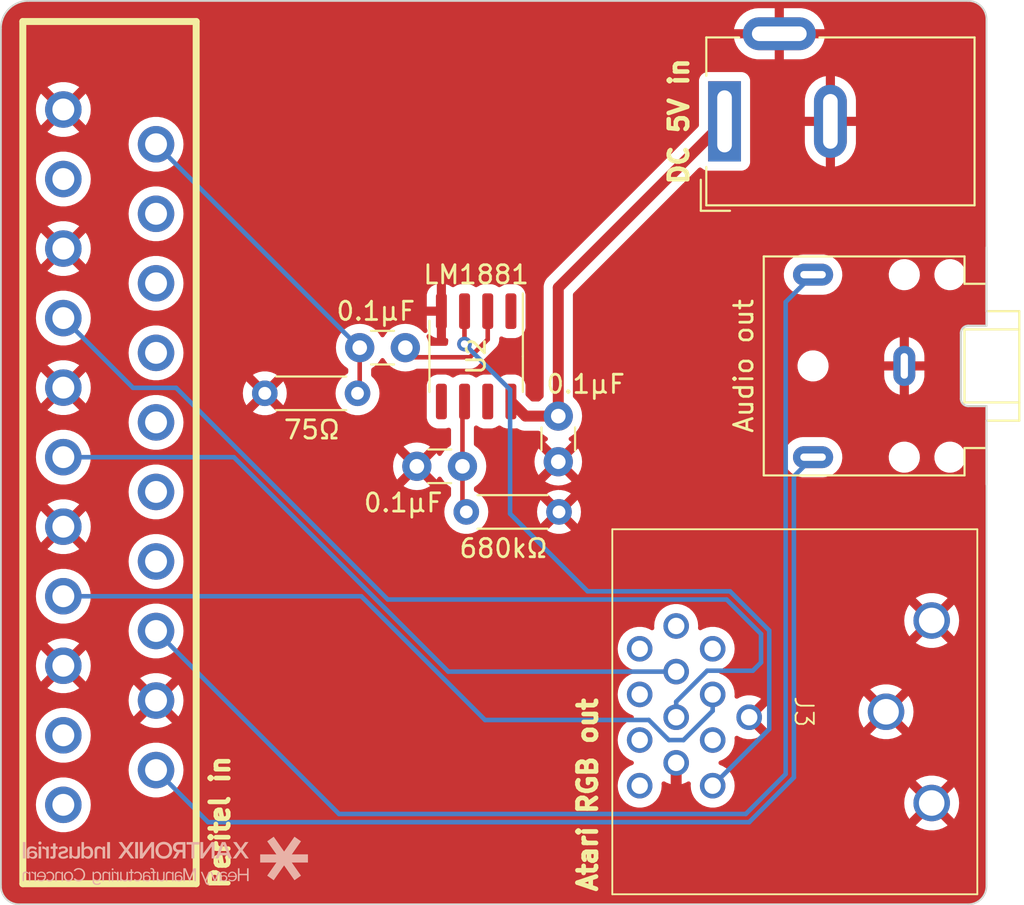
<source format=kicad_pcb>
(kicad_pcb (version 20221018) (generator pcbnew)

  (general
    (thickness 1.6)
  )

  (paper "A4")
  (layers
    (0 "F.Cu" signal)
    (31 "B.Cu" signal)
    (32 "B.Adhes" user "B.Adhesive")
    (33 "F.Adhes" user "F.Adhesive")
    (34 "B.Paste" user)
    (35 "F.Paste" user)
    (36 "B.SilkS" user "B.Silkscreen")
    (37 "F.SilkS" user "F.Silkscreen")
    (38 "B.Mask" user)
    (39 "F.Mask" user)
    (40 "Dwgs.User" user "User.Drawings")
    (41 "Cmts.User" user "User.Comments")
    (42 "Eco1.User" user "User.Eco1")
    (43 "Eco2.User" user "User.Eco2")
    (44 "Edge.Cuts" user)
    (45 "Margin" user)
    (46 "B.CrtYd" user "B.Courtyard")
    (47 "F.CrtYd" user "F.Courtyard")
    (48 "B.Fab" user)
    (49 "F.Fab" user)
    (50 "User.1" user)
    (51 "User.2" user)
    (52 "User.3" user)
    (53 "User.4" user)
    (54 "User.5" user)
    (55 "User.6" user)
    (56 "User.7" user)
    (57 "User.8" user)
    (58 "User.9" user)
  )

  (setup
    (pad_to_mask_clearance 0)
    (pcbplotparams
      (layerselection 0x00010fc_ffffffff)
      (plot_on_all_layers_selection 0x0000000_00000000)
      (disableapertmacros false)
      (usegerberextensions false)
      (usegerberattributes true)
      (usegerberadvancedattributes true)
      (creategerberjobfile true)
      (dashed_line_dash_ratio 12.000000)
      (dashed_line_gap_ratio 3.000000)
      (svgprecision 4)
      (plotframeref false)
      (viasonmask false)
      (mode 1)
      (useauxorigin false)
      (hpglpennumber 1)
      (hpglpenspeed 20)
      (hpglpendiameter 15.000000)
      (dxfpolygonmode true)
      (dxfimperialunits true)
      (dxfusepcbnewfont true)
      (psnegative false)
      (psa4output false)
      (plotreference true)
      (plotvalue true)
      (plotinvisibletext false)
      (sketchpadsonfab false)
      (subtractmaskfromsilk false)
      (outputformat 1)
      (mirror false)
      (drillshape 1)
      (scaleselection 1)
      (outputdirectory "")
    )
  )

  (net 0 "")
  (net 1 "GND")
  (net 2 "Net-(U2-INT)")
  (net 3 "CVBS")
  (net 4 "Net-(U2-VIDEO)")
  (net 5 "unconnected-(J1-P1-Pad1)")
  (net 6 "AUDIO_L")
  (net 7 "unconnected-(J1-P3-Pad3)")
  (net 8 "VIDEO_B")
  (net 9 "unconnected-(J1-P8-Pad8)")
  (net 10 "unconnected-(J1-P10-Pad10)")
  (net 11 "VIDEO_G")
  (net 12 "unconnected-(J1-P12-Pad12)")
  (net 13 "unconnected-(J1-P14-Pad14)")
  (net 14 "VIDEO_R")
  (net 15 "unconnected-(J1-P16-Pad16)")
  (net 16 "unconnected-(J1-P18-Pad18)")
  (net 17 "unconnected-(J1-P19-Pad19)")
  (net 18 "AUDIO_R")
  (net 19 "unconnected-(J3-Pad1)")
  (net 20 "unconnected-(J3-Pad2)")
  (net 21 "HSYNC")
  (net 22 "unconnected-(J3-Pad3)")
  (net 23 "VSYNC")
  (net 24 "unconnected-(U2-BURST-Pad5)")
  (net 25 "+5V")
  (net 26 "unconnected-(U2-O{slash}E-Pad7)")
  (net 27 "unconnected-(J3-Pad4)")
  (net 28 "unconnected-(J3-Pad5)")
  (net 29 "unconnected-(J3-Pad11)")
  (net 30 "Net-(U2-CSYNC)")

  (footprint "Capacitor_THT:C_Disc_D3.0mm_W1.6mm_P2.50mm" (layer "F.Cu") (at 137.16 80))

  (footprint "Connector_BarrelJack:BarrelJack_Wuerth_6941xx301002" (layer "F.Cu") (at 157.15 67.6 90))

  (footprint "Capacitor_THT:C_Disc_D3.0mm_W1.6mm_P2.50mm" (layer "F.Cu") (at 148.04 83.75 -90))

  (footprint "Connector_Audio:Jack_3.5mm_CUI_SJ1-3523N_Horizontal" (layer "F.Cu") (at 167 81 90))

  (footprint "Capacitor_THT:C_Disc_D3.0mm_W1.6mm_P2.50mm" (layer "F.Cu") (at 140.29 86.5))

  (footprint "Resistor_THT:R_Axial_DIN0204_L3.6mm_D1.6mm_P5.08mm_Horizontal" (layer "F.Cu") (at 131.96 82.5))

  (footprint "Resistor_THT:R_Axial_DIN0204_L3.6mm_D1.6mm_P5.08mm_Horizontal" (layer "F.Cu") (at 148.08 89 180))

  (footprint "sc1224-scart:SCART" (layer "F.Cu") (at 128.19964 86 90))

  (footprint "Package_SO:SOIC-8_3.9x4.9mm_P1.27mm" (layer "F.Cu") (at 143.54 80.475 -90))

  (footprint "sc1224-scart:DIN-13" (layer "F.Cu") (at 171 99.95 -90))

  (gr_poly
    (pts
      (xy 129.1838 109.230324)
      (xy 129.270583 109.230324)
      (xy 129.483308 108.719149)
      (xy 129.397583 108.719149)
      (xy 129.227191 109.138249)
      (xy 129.057858 108.719149)
      (xy 128.971075 108.719149)
    )

    (stroke (width 0) (type solid)) (fill solid) (layer "B.SilkS") (tstamp 06c9c3ad-1cea-47ab-bb47-0504d9d1aa9b))
  (gr_poly
    (pts
      (xy 119.165742 107.321683)
      (xy 119.139474 107.32391)
      (xy 119.113937 107.327718)
      (xy 119.089292 107.333187)
      (xy 119.077354 107.336568)
      (xy 119.065698 107.340395)
      (xy 119.054346 107.344676)
      (xy 119.043316 107.349421)
      (xy 119.032629 107.354641)
      (xy 119.022305 107.360346)
      (xy 119.012365 107.366544)
      (xy 119.002827 107.373246)
      (xy 118.993712 107.380463)
      (xy 118.98504 107.388203)
      (xy 118.976831 107.396477)
      (xy 118.969106 107.405294)
      (xy 118.961883 107.414665)
      (xy 118.955183 107.424599)
      (xy 118.949027 107.435106)
      (xy 118.943433 107.446197)
      (xy 118.938423 107.45788)
      (xy 118.934016 107.470167)
      (xy 118.930232 107.483066)
      (xy 118.927091 107.496588)
      (xy 118.924613 107.510742)
      (xy 118.922818 107.525539)
      (xy 118.921727 107.540988)
      (xy 118.921358 107.557099)
      (xy 118.921358 107.988899)
      (xy 119.063042 107.988899)
      (xy 119.063042 107.918731)
      (xy 119.072463 107.928818)
      (xy 119.082492 107.938326)
      (xy 119.093107 107.947245)
      (xy 119.104283 107.955565)
      (xy 119.115996 107.963276)
      (xy 119.128224 107.970369)
      (xy 119.140941 107.976832)
      (xy 119.154125 107.982658)
      (xy 119.167752 107.987835)
      (xy 119.181798 107.992354)
      (xy 119.196239 107.996205)
      (xy 119.211052 107.999377)
      (xy 119.226213 108.001862)
      (xy 119.241697 108.00365)
      (xy 119.257483 108.004729)
      (xy 119.273545 108.005091)
      (xy 119.293658 108.004253)
      (xy 119.313891 108.001736)
      (xy 119.33405 107.99754)
      (xy 119.353938 107.991661)
      (xy 119.363719 107.98809)
      (xy 119.373359 107.984098)
      (xy 119.382834 107.979684)
      (xy 119.392118 107.974849)
      (xy 119.401188 107.969592)
      (xy 119.410019 107.963912)
      (xy 119.418587 107.95781)
      (xy 119.426867 107.951285)
      (xy 119.434835 107.944337)
      (xy 119.442466 107.936966)
      (xy 119.449736 107.929171)
      (xy 119.45662 107.920953)
      (xy 119.463093 107.912311)
      (xy 119.469133 107.903244)
      (xy 119.474713 107.893753)
      (xy 119.47981 107.883837)
      (xy 119.484398 107.873497)
      (xy 119.488454 107.862731)
      (xy 119.491954 107.851539)
      (xy 119.494872 107.839922)
      (xy 119.497184 107.827879)
      (xy 119.498865 107.81541)
      (xy 119.499892 107.802514)
      (xy 119.50017 107.79189)
      (xy 119.357206 107.79189)
      (xy 119.357033 107.798396)
      (xy 119.35652 107.804756)
      (xy 119.355673 107.810966)
      (xy 119.354499 107.817022)
      (xy 119.353006 107.82292)
      (xy 119.351202 107.828655)
      (xy 119.349092 107.834225)
      (xy 119.346685 107.839624)
      (xy 119.343987 107.84485)
      (xy 119.341005 107.849897)
      (xy 119.337748 107.854763)
      (xy 119.334221 107.859443)
      (xy 119.330433 107.863933)
      (xy 119.32639 107.86823)
      (xy 119.322099 107.872329)
      (xy 119.317567 107.876226)
      (xy 119.312803 107.879918)
      (xy 119.307812 107.8834)
      (xy 119.302603 107.886668)
      (xy 119.297182 107.88972)
      (xy 119.291556 107.892549)
      (xy 119.285733 107.895154)
      (xy 119.279719 107.897529)
      (xy 119.273523 107.899671)
      (xy 119.260609 107.90324)
      (xy 119.247049 107.905828)
      (xy 119.2329 107.907404)
      (xy 119.21822 107.907936)
      (xy 119.206604 107.907668)
      (xy 119.195059 107.906864)
      (xy 119.183625 107.905526)
      (xy 119.172341 107.903656)
      (xy 119.161247 107.901257)
      (xy 119.150382 107.89833)
      (xy 119.139786 107.894877)
      (xy 119.129499 107.8909)
      (xy 119.119559 107.886402)
      (xy 119.110007 107.881383)
      (xy 119.100881 107.875847)
      (xy 119.092222 107.869795)
      (xy 119.08407 107.863229)
      (xy 119.080195 107.859754)
      (xy 119.076462 107.856151)
      (xy 119.072876 107.852421)
      (xy 119.06944 107.848563)
      (xy 119.066161 107.844579)
      (xy 119.063042 107.840467)
      (xy 119.063042 107.741963)
      (xy 119.06944 107.733867)
      (xy 119.076462 107.726279)
      (xy 119.08407 107.719201)
      (xy 119.092222 107.712635)
      (xy 119.100881 107.706583)
      (xy 119.110007 107.701047)
      (xy 119.119559 107.696029)
      (xy 119.129499 107.69153)
      (xy 119.139786 107.687553)
      (xy 119.150382 107.684101)
      (xy 119.161247 107.681174)
      (xy 119.172341 107.678774)
      (xy 119.183625 107.676905)
      (xy 119.195059 107.675567)
      (xy 119.206604 107.674763)
      (xy 119.21822 107.674494)
      (xy 119.225623 107.674628)
      (xy 119.2329 107.675027)
      (xy 119.240045 107.675687)
      (xy 119.247049 107.676605)
      (xy 119.253906 107.677777)
      (xy 119.260609 107.6792)
      (xy 119.26715 107.680868)
      (xy 119.273523 107.68278)
      (xy 119.279719 107.684931)
      (xy 119.285733 107.687318)
      (xy 119.291556 107.689936)
      (xy 119.297182 107.692782)
      (xy 119.302603 107.695853)
      (xy 119.307812 107.699144)
      (xy 119.312803 107.702652)
      (xy 119.317567 107.706373)
      (xy 119.322099 107.710304)
      (xy 119.32639 107.714441)
      (xy 119.330433 107.71878)
      (xy 119.334221 107.723317)
      (xy 119.337748 107.728049)
      (xy 119.341005 107.732972)
      (xy 119.343987 107.738082)
      (xy 119.346685 107.743376)
      (xy 119.349092 107.748849)
      (xy 119.351202 107.754499)
      (xy 119.353006 107.760321)
      (xy 119.354499 107.766312)
      (xy 119.355673 107.772468)
      (xy 119.35652 107.778786)
      (xy 119.357033 107.785261)
      (xy 119.357206 107.79189)
      (xy 119.50017 107.79189)
      (xy 119.50024 107.789191)
      (xy 119.499892 107.775405)
      (xy 119.498865 107.762129)
      (xy 119.497184 107.749357)
      (xy 119.494872 107.737085)
      (xy 119.491954 107.725308)
      (xy 119.488454 107.714021)
      (xy 119.484398 107.70322)
      (xy 119.47981 107.692901)
      (xy 119.474713 107.683057)
      (xy 119.469133 107.673686)
      (xy 119.463093 107.664781)
      (xy 119.45662 107.656338)
      (xy 119.449736 107.648354)
      (xy 119.442466 107.640822)
      (xy 119.434835 107.633738)
      (xy 119.426867 107.627098)
      (xy 119.418587 107.620896)
      (xy 119.410019 107.615129)
      (xy 119.401188 107.609791)
      (xy 119.392118 107.604878)
      (xy 119.382834 107.600385)
      (xy 119.373359 107.596307)
      (xy 119.353938 107.589378)
      (xy 119.33405 107.584055)
      (xy 119.313891 107.580299)
      (xy 119.293658 107.578073)
      (xy 119.273545 107.577339)
      (xy 119.257246 107.577671)
      (xy 119.241255 107.578665)
      (xy 119.225596 107.580319)
      (xy 119.210293 107.582631)
      (xy 119.195369 107.5856)
      (xy 119.180849 107.589223)
      (xy 119.166756 107.593498)
      (xy 119.153113 107.598423)
      (xy 119.139945 107.603997)
      (xy 119.127274 107.610217)
      (xy 119.115126 107.617082)
      (xy 119.103523 107.624589)
      (xy 119.09249 107.632736)
      (xy 119.082049 107.641522)
      (xy 119.072226 107.650944)
      (xy 119.063042 107.661001)
      (xy 119.063042 107.563846)
      (xy 119.063223 107.556849)
      (xy 119.063761 107.550029)
      (xy 119.064651 107.543389)
      (xy 119.065886 107.536932)
      (xy 119.06746 107.530661)
      (xy 119.069366 107.524578)
      (xy 119.0716 107.518687)
      (xy 119.074154 107.512991)
      (xy 119.077022 107.507493)
      (xy 119.080198 107.502195)
      (xy 119.083676 107.4971)
      (xy 119.08745 107.492213)
      (xy 119.091513 107.487535)
      (xy 119.09586 107.483069)
      (xy 119.100484 107.478819)
      (xy 119.105379 107.474787)
      (xy 119.110539 107.470976)
      (xy 119.115957 107.46739)
      (xy 119.121629 107.464032)
      (xy 119.127546 107.460903)
      (xy 119.133704 107.458008)
      (xy 119.140095 107.455349)
      (xy 119.153556 107.450751)
      (xy 119.167878 107.447134)
      (xy 119.183013 107.444521)
      (xy 119.198911 107.442936)
      (xy 119.215522 107.442402)
      (xy 119.229074 107.442718)
      (xy 119.242409 107.44367)
      (xy 119.255531 107.445257)
      (xy 119.268443 107.447483)
      (xy 119.281149 107.45035)
      (xy 119.293654 107.453858)
      (xy 119.305961 107.458012)
      (xy 119.318075 107.462811)
      (xy 119.329998 107.468259)
      (xy 119.341736 107.474357)
      (xy 119.353292 107.481108)
      (xy 119.36467 107.488513)
      (xy 119.375874 107.496574)
      (xy 119.386909 107.505293)
      (xy 119.397777 107.514672)
      (xy 119.408483 107.524714)
      (xy 119.466506 107.426209)
      (xy 119.452118 107.413242)
      (xy 119.437302 107.401154)
      (xy 119.42207 107.389939)
      (xy 119.406437 107.379593)
      (xy 119.390417 107.370108)
      (xy 119.374023 107.361479)
      (xy 119.357269 107.3537)
      (xy 119.34017 107.346765)
      (xy 119.322738 107.340668)
      (xy 119.304988 107.335403)
      (xy 119.286934 107.330965)
      (xy 119.268589 107.327347)
      (xy 119.249968 107.324543)
      (xy 119.231084 107.322547)
      (xy 119.21195 107.321354)
      (xy 119.192582 107.320958)
    )

    (stroke (width 0) (type solid)) (fill solid) (layer "B.SilkS") (tstamp 23ff7100-cece-4958-96e5-dee495f69067))
  (gr_poly
    (pts
      (xy 130.484491 109.230324)
      (xy 130.572333 109.230324)
      (xy 130.572333 108.906474)
      (xy 130.985083 108.906474)
      (xy 130.985083 109.230324)
      (xy 131.072925 109.230324)
      (xy 131.072925 108.524415)
      (xy 130.985083 108.524415)
      (xy 130.985083 108.828157)
      (xy 130.572333 108.828157)
      (xy 130.572333 108.524415)
      (xy 130.484491 108.524415)
    )

    (stroke (width 0) (type solid)) (fill solid) (layer "B.SilkS") (tstamp 24406bf6-348e-4f4d-95dd-6d2468315959))
  (gr_poly
    (pts
      (xy 124.609151 108.719149)
      (xy 124.505434 108.719149)
      (xy 124.505434 108.788999)
      (xy 124.609151 108.788999)
      (xy 124.609151 109.106499)
      (xy 124.608953 109.113514)
      (xy 124.608704 109.116921)
      (xy 124.608355 109.120257)
      (xy 124.607907 109.123518)
      (xy 124.607358 109.126702)
      (xy 124.606709 109.129805)
      (xy 124.60596 109.132825)
      (xy 124.605109 109.135758)
      (xy 124.604158 109.1386)
      (xy 124.603106 109.14135)
      (xy 124.601952 109.144004)
      (xy 124.600697 109.146558)
      (xy 124.599339 109.14901)
      (xy 124.59788 109.151357)
      (xy 124.596319 109.153595)
      (xy 124.594656 109.155721)
      (xy 124.59289 109.157733)
      (xy 124.591021 109.159627)
      (xy 124.58905 109.1614)
      (xy 124.586975 109.163049)
      (xy 124.584797 109.164571)
      (xy 124.582515 109.165962)
      (xy 124.58013 109.167221)
      (xy 124.577641 109.168343)
      (xy 124.575048 109.169325)
      (xy 124.572351 109.170165)
      (xy 124.569549 109.170859)
      (xy 124.566643 109.171404)
      (xy 124.563631 109.171797)
      (xy 124.560515 109.172035)
      (xy 124.557294 109.172115)
      (xy 124.553141 109.172006)
      (xy 124.549027 109.171683)
      (xy 124.544966 109.17116)
      (xy 124.540972 109.170445)
      (xy 124.537058 109.169551)
      (xy 124.533239 109.168488)
      (xy 124.529528 109.167266)
      (xy 124.52594 109.165898)
      (xy 124.522488 109.164393)
      (xy 124.519187 109.162762)
      (xy 124.51605 109.161017)
      (xy 124.513091 109.159167)
      (xy 124.510324 109.157225)
      (xy 124.507764 109.155201)
      (xy 124.505424 109.153105)
      (xy 124.503318 109.150949)
      (xy 124.480034 109.210215)
      (xy 124.483906 109.213723)
      (xy 124.487991 109.217094)
      (xy 124.492301 109.220317)
      (xy 124.496852 109.223378)
      (xy 124.501657 109.226266)
      (xy 124.506731 109.228968)
      (xy 124.512086 109.231471)
      (xy 124.517738 109.233763)
      (xy 124.523699 109.235832)
      (xy 124.529985 109.237666)
      (xy 124.536609 109.239251)
      (xy 124.543584 109.240576)
      (xy 124.550925 109.241628)
      (xy 124.558647 109.242395)
      (xy 124.566762 109.242864)
      (xy 124.575284 109.243024)
      (xy 124.58222 109.242897)
      (xy 124.588939 109.242518)
      (xy 124.59544 109.241888)
      (xy 124.601724 109.24101)
      (xy 124.60779 109.239886)
      (xy 124.613638 109.238517)
      (xy 124.619268 109.236905)
      (xy 124.624679 109.235053)
      (xy 124.629872 109.232962)
      (xy 124.634845 109.230634)
      (xy 124.6396 109.228071)
      (xy 124.644136 109.225276)
      (xy 124.648452 109.222249)
      (xy 124.652549 109.218994)
      (xy 124.656426 109.215511)
      (xy 124.660083 109.211803)
      (xy 124.66352 109.207872)
      (xy 124.666737 109.203719)
      (xy 124.669733 109.199347)
      (xy 124.672508 109.194758)
      (xy 124.675063 109.189953)
      (xy 124.677396 109.184935)
      (xy 124.679508 109.179705)
      (xy 124.681399 109.174265)
      (xy 124.683068 109.168618)
      (xy 124.684515 109.162764)
      (xy 124.68574 109.156707)
      (xy 124.686742 109.150448)
      (xy 124.687522 109.14399)
      (xy 124.68808 109.137332)
      (xy 124.688526 109.123432)
      (xy 124.688526 108.788999)
      (xy 124.773193 108.788999)
      (xy 124.773193 108.719149)
      (xy 124.688526 108.719149)
      (xy 124.688526 108.579449)
      (xy 124.609151 108.579449)
    )

    (stroke (width 0) (type solid)) (fill solid) (layer "B.SilkS") (tstamp 2746e559-fd78-49c0-8b43-f1c43448233e))
  (gr_poly
    (pts
      (xy 119.632238 107.053896)
      (xy 119.627773 107.054233)
      (xy 119.623375 107.054789)
      (xy 119.619048 107.055558)
      (xy 119.614798 107.056535)
      (xy 119.610631 107.057713)
      (xy 119.606551 107.059089)
      (xy 119.602565 107.060655)
      (xy 119.598678 107.062408)
      (xy 119.594895 107.06434)
      (xy 119.591222 107.066448)
      (xy 119.587664 107.068725)
      (xy 119.584227 107.071166)
      (xy 119.580915 107.073766)
      (xy 119.577735 107.076519)
      (xy 119.574692 107.07942)
      (xy 119.571792 107.082463)
      (xy 119.569039 107.085643)
      (xy 119.566439 107.088954)
      (xy 119.563998 107.092392)
      (xy 119.56172 107.09595)
      (xy 119.559613 107.099623)
      (xy 119.55768 107.103406)
      (xy 119.555928 107.107293)
      (xy 119.554361 107.111279)
      (xy 119.552986 107.115358)
      (xy 119.551807 107.119526)
      (xy 119.550831 107.123775)
      (xy 119.550062 107.128102)
      (xy 119.549506 107.132501)
      (xy 119.549168 107.136966)
      (xy 119.549055 107.141491)
      (xy 119.549168 107.146017)
      (xy 119.549506 107.150481)
      (xy 119.550062 107.15488)
      (xy 119.550831 107.159207)
      (xy 119.551807 107.163457)
      (xy 119.552986 107.167624)
      (xy 119.554361 107.171703)
      (xy 119.555928 107.175689)
      (xy 119.55768 107.179576)
      (xy 119.559613 107.183359)
      (xy 119.56172 107.187032)
      (xy 119.563998 107.19059)
      (xy 119.566439 107.194028)
      (xy 119.569039 107.197339)
      (xy 119.571792 107.200519)
      (xy 119.574692 107.203562)
      (xy 119.577735 107.206463)
      (xy 119.580915 107.209216)
      (xy 119.584227 107.211816)
      (xy 119.587664 107.214257)
      (xy 119.591222 107.216534)
      (xy 119.594895 107.218642)
      (xy 119.598678 107.220575)
      (xy 119.602565 107.222327)
      (xy 119.606551 107.223894)
      (xy 119.610631 107.225269)
      (xy 119.614798 107.226448)
      (xy 119.619048 107.227424)
      (xy 119.623375 107.228193)
      (xy 119.627773 107.228749)
      (xy 119.632238 107.229087)
      (xy 119.636764 107.229201)
      (xy 119.64117 107.229087)
      (xy 119.645531 107.228749)
      (xy 119.649841 107.228193)
      (xy 119.654092 107.227424)
      (xy 119.658279 107.226448)
      (xy 119.662395 107.225269)
      (xy 119.666435 107.223894)
      (xy 119.670392 107.222327)
      (xy 119.67426 107.220575)
      (xy 119.678033 107.218642)
      (xy 119.681705 107.216534)
      (xy 119.68527 107.214257)
      (xy 119.68872 107.211816)
      (xy 119.692051 107.209216)
      (xy 119.695256 107.206463)
      (xy 119.698328 107.203562)
      (xy 119.701263 107.200519)
      (xy 119.704052 107.197339)
      (xy 119.706691 107.194028)
      (xy 119.709173 107.19059)
      (xy 119.711493 107.187032)
      (xy 119.713642 107.183359)
      (xy 119.715617 107.179576)
      (xy 119.717409 107.175689)
      (xy 119.719014 107.171703)
      (xy 119.720425 107.167624)
      (xy 119.721636 107.163457)
      (xy 119.722641 107.159207)
      (xy 119.723433 107.15488)
      (xy 119.724006 107.150481)
      (xy 119.724355 107.146017)
      (xy 119.724473 107.141491)
      (xy 119.724355 107.136966)
      (xy 119.724006 107.132501)
      (xy 119.723433 107.128102)
      (xy 119.722641 107.123775)
      (xy 119.721636 107.119526)
      (xy 119.720425 107.115358)
      (xy 119.719014 107.111279)
      (xy 119.717409 107.107293)
      (xy 119.715617 107.103406)
      (xy 119.713642 107.099623)
      (xy 119.711493 107.09595)
      (xy 119.709173 107.092392)
      (xy 119.706691 107.088954)
      (xy 119.704052 107.085643)
      (xy 119.701263 107.082463)
      (xy 119.698328 107.07942)
      (xy 119.695256 107.076519)
      (xy 119.692051 107.073766)
      (xy 119.68872 107.071166)
      (xy 119.68527 107.068725)
      (xy 119.681705 107.066448)
      (xy 119.678033 107.06434)
      (xy 119.67426 107.062408)
      (xy 119.670392 107.060655)
      (xy 119.666435 107.059089)
      (xy 119.662395 107.057713)
      (xy 119.658279 107.056535)
      (xy 119.654092 107.055558)
      (xy 119.649841 107.054789)
      (xy 119.645531 107.054233)
      (xy 119.64117 107.053896)
      (xy 119.636764 107.053782)
    )

    (stroke (width 0) (type solid)) (fill solid) (layer "B.SilkS") (tstamp 29fe4e54-6bf7-418c-a838-cc642e010353))
  (gr_poly
    (pts
      (xy 131.713481 108.20718)
      (xy 134.319626 108.20718)
      (xy 134.319626 107.770617)
      (xy 131.713481 107.770617)
    )

    (stroke (width 0.013249) (type solid)) (fill solid) (layer "B.SilkS") (tstamp 3104c7d1-0bc1-4c74-896a-62573d5e8d8e))
  (gr_poly
    (pts
      (xy 123.320927 107.988899)
      (xy 123.478805 107.988899)
      (xy 123.478805 107.088866)
      (xy 123.320927 107.088866)
    )

    (stroke (width 0) (type solid)) (fill solid) (layer "B.SilkS") (tstamp 33ad41a6-c5b5-42cd-9b12-20e56d6e4343))
  (gr_poly
    (pts
      (xy 119.768712 107.462642)
      (xy 119.773393 107.461694)
      (xy 119.778327 107.460871)
      (xy 119.783513 107.460176)
      (xy 119.788953 107.459606)
      (xy 119.794645 107.459164)
      (xy 119.800591 107.458847)
      (xy 119.80679 107.458658)
      (xy 119.813242 107.458594)
      (xy 119.818865 107.458712)
      (xy 119.824594 107.45906)
      (xy 119.836315 107.460423)
      (xy 119.848302 107.462633)
      (xy 119.860448 107.465636)
      (xy 119.87265 107.469383)
      (xy 119.884803 107.473822)
      (xy 119.896801 107.478901)
      (xy 119.908541 107.48457)
      (xy 119.919916 107.490776)
      (xy 119.930824 107.497468)
      (xy 119.941158 107.504595)
      (xy 119.950814 107.512105)
      (xy 119.959688 107.519948)
      (xy 119.967674 107.528071)
      (xy 119.971301 107.532222)
      (xy 119.974667 107.536424)
      (xy 119.977759 107.54067)
      (xy 119.980564 107.544954)
      (xy 119.980564 107.988899)
      (xy 120.122249 107.988899)
      (xy 120.122249 107.337151)
      (xy 119.980565 107.337151)
      (xy 119.980565 107.432956)
      (xy 119.971115 107.421484)
      (xy 119.961002 107.41038)
      (xy 119.950261 107.399695)
      (xy 119.938924 107.389481)
      (xy 119.927027 107.379788)
      (xy 119.914601 107.370669)
      (xy 119.901682 107.362174)
      (xy 119.888301 107.354355)
      (xy 119.874494 107.347264)
      (xy 119.860294 107.340951)
      (xy 119.845734 107.335468)
      (xy 119.830847 107.330868)
      (xy 119.815668 107.3272)
      (xy 119.800231 107.324516)
      (xy 119.784567 107.322868)
      (xy 119.768712 107.322307)
    )

    (stroke (width 0) (type solid)) (fill solid) (layer "B.SilkS") (tstamp 34ee5907-4d13-49d8-94cc-1a5e3a8d5df5))
  (gr_poly
    (pts
      (xy 119.565247 107.988899)
      (xy 119.706931 107.988899)
      (xy 119.706931 107.337151)
      (xy 119.565247 107.337151)
    )

    (stroke (width 0) (type solid)) (fill solid) (layer "B.SilkS") (tstamp 3cd297b8-9c5d-4de8-a39b-a6069a75f6fe))
  (gr_poly
    (pts
      (xy 127.202094 107.089203)
      (xy 127.185952 107.090209)
      (xy 127.170194 107.091871)
      (xy 127.154829 107.094176)
      (xy 127.139868 107.097113)
      (xy 127.125319 107.100669)
      (xy 127.111194 107.104832)
      (xy 127.097502 107.109591)
      (xy 127.084252 107.114933)
      (xy 127.071455 107.120846)
      (xy 127.05912 107.127317)
      (xy 127.047258 107.134336)
      (xy 127.035879 107.141889)
      (xy 127.024991 107.149965)
      (xy 127.014606 107.158551)
      (xy 127.004732 107.167635)
      (xy 126.99538 107.177206)
      (xy 126.98656 107.187251)
      (xy 126.978282 107.197758)
      (xy 126.970555 107.208715)
      (xy 126.963389 107.22011)
      (xy 126.956795 107.23193)
      (xy 126.950782 107.244164)
      (xy 126.94536 107.256799)
      (xy 126.940538 107.269824)
      (xy 126.936328 107.283227)
      (xy 126.932738 107.296994)
      (xy 126.929779 107.311114)
      (xy 126.92746 107.325576)
      (xy 126.925791 107.340366)
      (xy 126.924783 107.355473)
      (xy 126.924444 107.370885)
      (xy 126.92475 107.385722)
      (xy 126.925653 107.400124)
      (xy 126.927135 107.414094)
      (xy 126.929178 107.427632)
      (xy 126.931762 107.44074)
      (xy 126.934869 107.453417)
      (xy 126.93848 107.465665)
      (xy 126.942577 107.477486)
      (xy 126.94714 107.488879)
      (xy 126.95215 107.499846)
      (xy 126.95759 107.510389)
      (xy 126.963439 107.520507)
      (xy 126.96968 107.530203)
      (xy 126.976294 107.539476)
      (xy 126.983262 107.548329)
      (xy 126.990564 107.556761)
      (xy 126.998183 107.564775)
      (xy 127.006099 107.57237)
      (xy 127.014294 107.579548)
      (xy 127.022749 107.586311)
      (xy 127.031445 107.592658)
      (xy 127.040363 107.598591)
      (xy 127.049485 107.604111)
      (xy 127.058792 107.609218)
      (xy 127.068265 107.613915)
      (xy 127.077885 107.618201)
      (xy 127.097491 107.625548)
      (xy 127.117462 107.631266)
      (xy 127.137646 107.635362)
      (xy 126.917698 107.988899)
      (xy 127.099863 107.988899)
      (xy 127.299571 107.652904)
      (xy 127.456098 107.652904)
      (xy 127.456098 107.988899)
      (xy 127.613975 107.988899)
      (xy 127.613975 107.227851)
      (xy 127.456099 107.227851)
      (xy 127.456099 107.513919)
      (xy 127.240198 107.513919)
      (xy 127.231921 107.513753)
      (xy 127.223794 107.513261)
      (xy 127.215824 107.512446)
      (xy 127.208019 107.511315)
      (xy 127.200385 107.509871)
      (xy 127.192931 107.508119)
      (xy 127.185664 107.506065)
      (xy 127.178591 107.503714)
      (xy 127.17172 107.50107)
      (xy 127.165057 107.498139)
      (xy 127.158611 107.494924)
      (xy 127.152389 107.491433)
      (xy 127.146398 107.487668)
      (xy 127.140646 107.483635)
      (xy 127.13514 107.47934)
      (xy 127.129887 107.474787)
      (xy 127.124895 107.46998)
      (xy 127.120172 107.464926)
      (xy 127.115724 107.459629)
      (xy 127.11156 107.454093)
      (xy 127.107686 107.448324)
      (xy 127.10411 107.442327)
      (xy 127.100839 107.436106)
      (xy 127.097882 107.429667)
      (xy 127.095244 107.423015)
      (xy 127.092934 107.416154)
      (xy 127.090959 107.409089)
      (xy 127.089327 107.401826)
      (xy 127.088044 107.394369)
      (xy 127.087119 107.386723)
      (xy 127.086558 107.378893)
      (xy 127.08637 107.370885)
      (xy 127.086558 107.362876)
      (xy 127.087119 107.355047)
      (xy 127.088044 107.347401)
      (xy 127.089327 107.339944)
      (xy 127.090959 107.332681)
      (xy 127.092934 107.325616)
      (xy 127.095244 107.318755)
      (xy 127.097882 107.312103)
      (xy 127.100839 107.305664)
      (xy 127.10411 107.299443)
      (xy 127.107686 107.293446)
      (xy 127.11156 107.287677)
      (xy 127.115724 107.282141)
      (xy 127.120172 107.276844)
      (xy 127.124895 107.271789)
      (xy 127.129887 107.266983)
      (xy 127.13514 107.26243)
      (xy 127.140646 107.258134)
      (xy 127.146398 107.254102)
      (xy 127.152389 107.250337)
      (xy 127.158611 107.246845)
      (xy 127.165057 107.243631)
      (xy 127.17172 107.2407)
      (xy 127.178591 107.238056)
      (xy 127.185664 107.235704)
      (xy 127.192931 107.233651)
      (xy 127.200385 107.231899)
      (xy 127.208019 107.230455)
      (xy 127.215824 107.229323)
      (xy 127.223794 107.228509)
      (xy 127.231921 107.228016)
      (xy 127.240198 107.227851)
      (xy 127.456099 107.227851)
      (xy 127.613975 107.227851)
      (xy 127.613975 107.088866)
      (xy 127.218609 107.088866)
    )

    (stroke (width 0) (type solid)) (fill solid) (layer "B.SilkS") (tstamp 46f9b088-920d-4d7d-b947-189131771ba3))
  (gr_poly
    (pts
      (xy 121.74347 108.512949)
      (xy 121.731825 108.513471)
      (xy 121.720418 108.514331)
      (xy 121.709247 108.515521)
      (xy 121.69831 108.517035)
      (xy 121.687605 108.518864)
      (xy 121.677131 108.521002)
      (xy 121.666884 108.52344)
      (xy 121.656864 108.526171)
      (xy 121.647069 108.529188)
      (xy 121.637496 108.532482)
      (xy 121.628143 108.536047)
      (xy 121.61901 108.539875)
      (xy 121.610092 108.543957)
      (xy 121.60139 108.548288)
      (xy 121.5929 108.552858)
      (xy 121.584621 108.557661)
      (xy 121.576551 108.562689)
      (xy 121.568688 108.567935)
      (xy 121.56103 108.57339)
      (xy 121.546322 108.584901)
      (xy 121.53241 108.597159)
      (xy 121.519279 108.610107)
      (xy 121.506915 108.623682)
      (xy 121.495301 108.637824)
      (xy 121.484421 108.652474)
      (xy 121.558504 108.693749)
      (xy 121.566424 108.682829)
      (xy 121.57508 108.672322)
      (xy 121.58444 108.662267)
      (xy 121.594471 108.652705)
      (xy 121.605141 108.643677)
      (xy 121.616417 108.635222)
      (xy 121.628266 108.627381)
      (xy 121.640657 108.620195)
      (xy 121.653557 108.613703)
      (xy 121.666932 108.607945)
      (xy 121.68075 108.602963)
      (xy 121.69498 108.598796)
      (xy 121.709588 108.595486)
      (xy 121.724541 108.593071)
      (xy 121.739808 108.591592)
      (xy 121.755355 108.59109)
      (xy 121.769441 108.591436)
      (xy 121.783314 108.592463)
      (xy 121.796958 108.594159)
      (xy 121.810357 108.596512)
      (xy 121.823497 108.59951)
      (xy 121.836361 108.603139)
      (xy 121.848936 108.607386)
      (xy 121.861204 108.612241)
      (xy 121.873152 108.617689)
      (xy 121.884764 108.623718)
      (xy 121.896024 108.630315)
      (xy 121.906917 108.637469)
      (xy 121.917428 108.645166)
      (xy 121.927542 108.653394)
      (xy 121.937243 108.66214)
      (xy 121.946516 108.671392)
      (xy 121.955345 108.681136)
      (xy 121.963716 108.691361)
      (xy 121.971613 108.702054)
      (xy 121.97902 108.713202)
      (xy 121.985923 108.724792)
      (xy 121.992306 108.736813)
      (xy 121.998153 108.749251)
      (xy 122.00345 108.762094)
      (xy 122.008182 108.775329)
      (xy 122.012332 108.788944)
      (xy 122.015885 108.802925)
      (xy 122.018827 108.817262)
      (xy 122.021142 108.83194)
      (xy 122.022814 108.846947)
      (xy 122.023829 108.862271)
      (xy 122.024171 108.877899)
      (xy 122.023829 108.893434)
      (xy 122.022814 108.908676)
      (xy 122.021142 108.923613)
      (xy 122.018827 108.938232)
      (xy 122.015885 108.952519)
      (xy 122.012332 108.966461)
      (xy 122.008182 108.980045)
      (xy 122.00345 108.993257)
      (xy 121.998153 109.006085)
      (xy 121.992306 109.018515)
      (xy 121.985923 109.030535)
      (xy 121.97902 109.042131)
      (xy 121.971613 109.053289)
      (xy 121.963716 109.063997)
      (xy 121.955345 109.074241)
      (xy 121.946516 109.084009)
      (xy 121.937243 109.093287)
      (xy 121.927542 109.102062)
      (xy 121.917428 109.11032)
      (xy 121.906917 109.118049)
      (xy 121.896024 109.125236)
      (xy 121.884764 109.131867)
      (xy 121.873152 109.137928)
      (xy 121.861204 109.143408)
      (xy 121.848936 109.148292)
      (xy 121.836361 109.152568)
      (xy 121.823497 109.156222)
      (xy 121.810357 109.159242)
      (xy 121.796958 109.161613)
      (xy 121.783314 109.163323)
      (xy 121.769441 109.164359)
      (xy 121.755355 109.164707)
      (xy 121.747548 109.164584)
      (xy 121.739808 109.164217)
      (xy 121.732137 109.163611)
      (xy 121.724541 109.16277)
      (xy 121.717023 109.161699)
      (xy 121.709588 109.160403)
      (xy 121.702238 109.158885)
      (xy 121.69498 109.15715)
      (xy 121.687816 109.155203)
      (xy 121.68075 109.153048)
      (xy 121.666932 109.148131)
      (xy 121.653557 109.142437)
      (xy 121.640657 109.136)
      (xy 121.628266 109.128856)
      (xy 121.616417 109.12104)
      (xy 121.605141 109.11259)
      (xy 121.594471 109.103539)
      (xy 121.58444 109.093924)
      (xy 121.57508 109.08378)
      (xy 121.566424 109.073143)
      (xy 121.558504 109.062049)
      (xy 121.483362 109.103324)
      (xy 121.494777 109.118148)
      (xy 121.506813 109.13242)
      (xy 121.519497 109.146084)
      (xy 121.532856 109.159085)
      (xy 121.546915 109.171366)
      (xy 121.561702 109.182872)
      (xy 121.577242 109.193548)
      (xy 121.593561 109.203336)
      (xy 121.610687 109.212182)
      (xy 121.628646 109.22003)
      (xy 121.647463 109.226823)
      (xy 121.667165 109.232506)
      (xy 121.687779 109.237024)
      (xy 121.709332 109.24032)
      (xy 121.731848 109.242338)
      (xy 121.755355 109.243024)
      (xy 121.773986 109.242592)
      (xy 121.792359 109.241307)
      (xy 121.810453 109.239183)
      (xy 121.828245 109.236234)
      (xy 121.845715 109.232475)
      (xy 121.862839 109.22792)
      (xy 121.879596 109.222585)
      (xy 121.895964 109.216483)
      (xy 121.911921 109.209629)
      (xy 121.927446 109.202038)
      (xy 121.942516 109.193724)
      (xy 121.95711 109.184702)
      (xy 121.971205 109.174986)
      (xy 121.984779 109.164591)
      (xy 121.997812 109.153531)
      (xy 122.01028 109.141821)
      (xy 122.022163 109.129475)
      (xy 122.033437 109.116508)
      (xy 122.044082 109.102935)
      (xy 122.054075 109.08877)
      (xy 122.063395 109.074027)
      (xy 122.072018 109.058721)
      (xy 122.079925 109.042867)
      (xy 122.087092 109.026479)
      (xy 122.093498 109.009572)
      (xy 122.099121 108.992159)
      (xy 122.103939 108.974257)
      (xy 122.10793 108.955879)
      (xy 122.111072 108.937039)
      (xy 122.113344 108.917753)
      (xy 122.114723 108.898035)
      (xy 122.115188 108.877899)
      (xy 122.114723 108.857763)
      (xy 122.113344 108.838045)
      (xy 122.111073 108.818759)
      (xy 122.10793 108.799919)
      (xy 122.103939 108.781541)
      (xy 122.099121 108.763638)
      (xy 122.093498 108.746226)
      (xy 122.087092 108.729319)
      (xy 122.079925 108.712931)
      (xy 122.072019 108.697077)
      (xy 122.063395 108.681771)
      (xy 122.054076 108.667028)
      (xy 122.044083 108.652863)
      (xy 122.033438 108.639289)
      (xy 122.022163 108.626323)
      (xy 122.010281 108.613977)
      (xy 121.997813 108.602267)
      (xy 121.98478 108.591207)
      (xy 121.971205 108.580812)
      (xy 121.95711 108.571096)
      (xy 121.942517 108.562074)
      (xy 121.927447 108.55376)
      (xy 121.911922 108.546169)
      (xy 121.895965 108.539315)
      (xy 121.879596 108.533213)
      (xy 121.862839 108.527878)
      (xy 121.845715 108.523323)
      (xy 121.828246 108.519564)
      (xy 121.810453 108.516615)
      (xy 121.792359 108.514491)
      (xy 121.773986 108.513206)
      (xy 121.755355 108.512774)
    )

    (stroke (width 0) (type solid)) (fill solid) (layer "B.SilkS") (tstamp 478765a7-f1d4-4c42-b794-84af9ef2ecf6))
  (gr_poly
    (pts
      (xy 130.165393 108.706799)
      (xy 130.151471 108.707841)
      (xy 130.137931 108.709557)
      (xy 130.124778 108.711932)
      (xy 130.112018 108.71495)
      (xy 130.099655 108.718594)
      (xy 130.087694 108.722849)
      (xy 130.076141 108.727698)
      (xy 130.064999 108.733125)
      (xy 130.054276 108.739114)
      (xy 130.043975 108.74565)
      (xy 130.034101 108.752715)
      (xy 130.02466 108.760295)
      (xy 130.015656 108.768372)
      (xy 130.007095 108.776931)
      (xy 129.998981 108.785956)
      (xy 129.991321 108.79543)
      (xy 129.984118 108.805338)
      (xy 129.977378 108.815663)
      (xy 129.971105 108.826389)
      (xy 129.965306 108.837501)
      (xy 129.959984 108.848982)
      (xy 129.955145 108.860816)
      (xy 129.950794 108.872987)
      (xy 129.946936 108.885479)
      (xy 129.943577 108.898276)
      (xy 129.94072 108.911361)
      (xy 129.938371 108.924719)
      (xy 129.935218 108.952189)
      (xy 129.934159 108.980557)
      (xy 129.934159 109.000665)
      (xy 130.347967 109.000665)
      (xy 130.347192 109.009646)
      (xy 130.346062 109.018521)
      (xy 130.344578 109.02728)
      (xy 130.342745 109.035911)
      (xy 130.340567 109.044401)
      (xy 130.338047 109.052739)
      (xy 130.335187 109.060913)
      (xy 130.331993 109.068911)
      (xy 130.328466 109.076722)
      (xy 130.324612 109.084333)
      (xy 130.320432 109.091733)
      (xy 130.315932 109.09891)
      (xy 130.311113 109.105853)
      (xy 130.30598 109.112548)
      (xy 130.300537 109.118985)
      (xy 130.294786 109.125152)
      (xy 130.288731 109.131036)
      (xy 130.282375 109.136627)
      (xy 130.275723 109.141911)
      (xy 130.268778 109.146879)
      (xy 130.261542 109.151516)
      (xy 130.254021 109.155813)
      (xy 130.246216 109.159756)
      (xy 130.238132 109.163334)
      (xy 130.229771 109.166536)
      (xy 130.221139 109.169349)
      (xy 130.212237 109.171762)
      (xy 130.20307 109.173763)
      (xy 130.193641 109.175339)
      (xy 130.183953 109.17648)
      (xy 130.174011 109.177173)
      (xy 130.163817 109.177407)
      (xy 130.152895 109.177135)
      (xy 130.141978 109.176326)
      (xy 130.131095 109.174986)
      (xy 130.120276 109.173124)
      (xy 130.10955 109.170747)
      (xy 130.098946 109.167863)
      (xy 130.088494 109.16448)
      (xy 130.078224 109.160606)
      (xy 130.068164 109.156248)
      (xy 130.058345 109.151414)
      (xy 130.048796 109.146111)
      (xy 130.039545 109.140349)
      (xy 130.030624 109.134133)
      (xy 130.02206 109.127473)
      (xy 130.013884 109.120375)
      (xy 130.006125 109.112849)
      (xy 129.968025 109.164707)
      (xy 129.97776 109.173958)
      (xy 129.987912 109.182657)
      (xy 129.998477 109.190798)
      (xy 130.009449 109.198375)
      (xy 130.020824 109.205381)
      (xy 130.032598 109.211811)
      (xy 130.044765 109.217658)
      (xy 130.057322 109.222915)
      (xy 130.070263 109.227577)
      (xy 130.083584 109.231638)
      (xy 130.09728 109.235091)
      (xy 130.111346 109.23793)
      (xy 130.125779 109.240149)
      (xy 130.140572 109.241742)
      (xy 130.155723 109.242702)
      (xy 130.171225 109.243023)
      (xy 130.185287 109.242706)
      (xy 130.199089 109.24176)
      (xy 130.212618 109.240197)
      (xy 130.225863 109.238027)
      (xy 130.238811 109.235261)
      (xy 130.25145 109.23191)
      (xy 130.263768 109.227984)
      (xy 130.275752 109.223494)
      (xy 130.28739 109.21845)
      (xy 130.29867 109.212864)
      (xy 130.309581 109.206745)
      (xy 130.320109 109.200105)
      (xy 130.330242 109.192954)
      (xy 130.339969 109.185303)
      (xy 130.349276 109.177163)
      (xy 130.358153 109.168543)
      (xy 130.366586 109.159456)
      (xy 130.374563 109.149911)
      (xy 130.382073 109.139919)
      (xy 130.389103 109.12949)
      (xy 130.39564 109.118637)
      (xy 130.401673 109.107368)
      (xy 130.40719 109.095695)
      (xy 130.412177 109.083629)
      (xy 130.416624 109.071179)
      (xy 130.420517 109.058357)
      (xy 130.423845 109.045174)
      (xy 130.426595 109.03164)
      (xy 130.428755 109.017766)
      (xy 130.430313 109.003561)
      (xy 130.431257 108.989038)
      (xy 130.431574 108.974207)
      (xy 130.431575 108.974207)
      (xy 130.431267 108.960403)
      (xy 130.430351 108.946783)
      (xy 130.429864 108.942457)
      (xy 130.347967 108.942457)
      (xy 130.012475 108.942457)
      (xy 130.01326 108.927986)
      (xy 130.015234 108.913258)
      (xy 130.018421 108.898436)
      (xy 130.022843 108.883686)
      (xy 130.028524 108.869172)
      (xy 130.031844 108.862054)
      (xy 130.035487 108.855058)
      (xy 130.039457 108.848202)
      (xy 130.043756 108.841507)
      (xy 130.048387 108.834995)
      (xy 130.053353 108.828686)
      (xy 130.058657 108.8226)
      (xy 130.064302 108.816758)
      (xy 130.07029 108.81118)
      (xy 130.076626 108.805886)
      (xy 130.083311 108.800899)
      (xy 130.090348 108.796237)
      (xy 130.097741 108.791922)
      (xy 130.105492 108.787973)
      (xy 130.113605 108.784413)
      (xy 130.122081 108.78126)
      (xy 130.130925 108.778536)
      (xy 130.140138 108.776261)
      (xy 130.149725 108.774456)
      (xy 130.159687 108.773142)
      (xy 130.170027 108.772338)
      (xy 130.18075 108.772065)
      (xy 130.190808 108.772332)
      (xy 130.200545 108.773118)
      (xy 130.209962 108.774406)
      (xy 130.219059 108.776175)
      (xy 130.227837 108.778405)
      (xy 130.236298 108.781079)
      (xy 130.244442 108.784175)
      (xy 130.25227 108.787676)
      (xy 130.259784 108.791561)
      (xy 130.266984 108.795811)
      (xy 130.273871 108.800406)
      (xy 130.280446 108.805328)
      (xy 130.286711 108.810557)
      (xy 130.292665 108.816074)
      (xy 130.298311 108.821859)
      (xy 130.303649 108.827892)
      (xy 130.30868 108.834155)
      (xy 130.313404 108.840629)
      (xy 130.317824 108.847292)
      (xy 130.32194 108.854127)
      (xy 130.329263 108.868234)
      (xy 130.335382 108.882793)
      (xy 130.340304 108.89765)
      (xy 130.344037 108.91265)
      (xy 130.346589 108.927637)
      (xy 130.347967 108.942457)
      (xy 130.429864 108.942457)
      (xy 130.428839 108.933363)
      (xy 130.426742 108.920161)
      (xy 130.424074 108.907194)
      (xy 130.420846 108.894477)
      (xy 130.417069 108.882027)
      (xy 130.412757 108.869862)
      (xy 130.40792 108.857997)
      (xy 130.402572 108.84645)
      (xy 130.396723 108.835236)
      (xy 130.390387 108.824374)
      (xy 130.383575 108.813879)
      (xy 130.376299 108.803768)
      (xy 130.36857 108.794058)
      (xy 130.360402 108.784765)
      (xy 130.351806 108.775906)
      (xy 130.342795 108.767498)
      (xy 130.333379 108.759558)
      (xy 130.323572 108.752101)
      (xy 130.313384 108.745146)
      (xy 130.302829 108.738707)
      (xy 130.291918 108.732803)
      (xy 130.280664 108.72745)
      (xy 130.269077 108.722664)
      (xy 130.257171 108.718462)
      (xy 130.244957 108.71486)
      (xy 130.232447 108.711877)
      (xy 130.219654 108.709527)
      (xy 130.206589 108.707828)
      (xy 130.193264 108.706796)
      (xy 130.179692 108.706448)
    )

    (stroke (width 0) (type solid)) (fill solid) (layer "B.SilkS") (tstamp 5125e255-e8c5-431e-a1eb-81348f1528e6))
  (gr_poly
    (pts
      (xy 129.250952 107.988899)
      (xy 129.423672 107.988899)
      (xy 129.489791 107.816179)
      (xy 129.916194 107.816179)
      (xy 129.982313 107.988899)
      (xy 130.155033 107.988899)
      (xy 130.032594 107.677193)
      (xy 129.871665 107.677193)
      (xy 129.534321 107.677193)
      (xy 129.702992 107.222454)
      (xy 129.871665 107.677193)
      (xy 130.032594 107.677193)
      (xy 129.801497 107.088866)
      (xy 129.604488 107.088866)
    )

    (stroke (width 0) (type solid)) (fill solid) (layer "B.SilkS") (tstamp 5735e200-d733-4116-a6e6-904dcf2dfade))
  (gr_poly
    (pts
      (xy 118.701992 107.988899)
      (xy 118.843676 107.988899)
      (xy 118.843676 107.088866)
      (xy 118.701992 107.088866)
    )

    (stroke (width 0) (type solid)) (fill solid) (layer "B.SilkS") (tstamp 5c8cbca1-0d59-4d48-9f79-8603a8a3c42c))
  (gr_poly
    (pts
      (xy 122.759603 108.706842)
      (xy 122.746987 108.708013)
      (xy 122.734582 108.709944)
      (xy 122.722406 108.712617)
      (xy 122.710478 108.716015)
      (xy 122.698816 108.720122)
      (xy 122.68744 108.72492)
      (xy 122.676368 108.730393)
      (xy 122.665618 108.736523)
      (xy 122.65521 108.743294)
      (xy 122.645161 108.750687)
      (xy 122.63549 108.758687)
      (xy 122.626216 108.767276)
      (xy 122.617358 108.776437)
      (xy 122.608933 108.786153)
      (xy 122.600962 108.796407)
      (xy 122.600962 108.719149)
      (xy 122.521586 108.719149)
      (xy 122.521586 109.215507)
      (xy 122.52193 109.231043)
      (xy 122.522948 109.245908)
      (xy 122.524619 109.260115)
      (xy 122.526924 109.273674)
      (xy 122.52984 109.286597)
      (xy 122.533349 109.298897)
      (xy 122.537428 109.310584)
      (xy 122.542059 109.321671)
      (xy 122.547219 109.332168)
      (xy 122.55289 109.342088)
      (xy 122.559049 109.351442)
      (xy 122.565677 109.360242)
      (xy 122.572753 109.368499)
      (xy 122.580257 109.376226)
      (xy 122.588167 109.383433)
      (xy 122.596464 109.390132)
      (xy 122.605127 109.396335)
      (xy 122.614135 109.402054)
      (xy 122.623468 109.407299)
      (xy 122.633105 109.412084)
      (xy 122.643025 109.416419)
      (xy 122.653209 109.420316)
      (xy 122.674285 109.426843)
      (xy 122.696166 109.431757)
      (xy 122.718689 109.435152)
      (xy 122.74169 109.437121)
      (xy 122.765004 109.437757)
      (xy 122.78096 109.437552)
      (xy 122.796313 109.436913)
      (xy 122.811105 109.435803)
      (xy 122.825378 109.434185)
      (xy 122.839173 109.432021)
      (xy 122.852533 109.429274)
      (xy 122.865499 109.425906)
      (xy 122.878113 109.421882)
      (xy 122.890417 109.417163)
      (xy 122.902452 109.411712)
      (xy 122.914262 109.405492)
      (xy 122.925886 109.398466)
      (xy 122.937369 109.390597)
      (xy 122.94875 109.381847)
      (xy 122.960073 109.372179)
      (xy 122.971378 109.361557)
      (xy 122.931162 109.30229)
      (xy 122.923122 109.311446)
      (xy 122.914863 109.319877)
      (xy 122.906366 109.3276)
      (xy 122.897609 109.334636)
      (xy 122.888574 109.341001)
      (xy 122.879239 109.346715)
      (xy 122.869585 109.351797)
      (xy 122.859592 109.356265)
      (xy 122.849239 109.360138)
      (xy 122.838506 109.363434)
      (xy 122.827373 109.366172)
      (xy 122.81582 109.36837)
      (xy 122.803827 109.370047)
      (xy 122.791373 109.371222)
      (xy 122.778439 109.371914)
      (xy 122.765004 109.37214)
      (xy 122.749209 109.371649)
      (xy 122.733646 109.370148)
      (xy 122.718425 109.367592)
      (xy 122.703653 109.363938)
      (xy 122.69647 109.361686)
      (xy 122.68944 109.359144)
      (xy 122.682576 109.356305)
      (xy 122.675893 109.353165)
      (xy 122.669403 109.349717)
      (xy 122.663121 109.345958)
      (xy 122.657059 109.34188)
      (xy 122.651233 109.33748)
      (xy 122.645654 109.33275)
      (xy 122.640337 109.327687)
      (xy 122.635295 109.322284)
      (xy 122.630541 109.316536)
      (xy 122.62609 109.310438)
      (xy 122.621955 109.303984)
      (xy 122.61815 109.297169)
      (xy 122.614687 109.289987)
      (xy 122.611581 109.282433)
      (xy 122.608845 109.274502)
      (xy 122.606493 109.266187)
      (xy 122.604538 109.257485)
      (xy 122.602994 109.248388)
      (xy 122.601874 109.238892)
      (xy 122.601192 109.228992)
      (xy 122.600962 109.218682)
      (xy 122.600962 109.145657)
      (xy 122.608201 109.155225)
      (xy 122.616012 109.164457)
      (xy 122.624372 109.173313)
      (xy 122.633258 109.181756)
      (xy 122.642646 109.189746)
      (xy 122.652513 109.197244)
      (xy 122.662835 109.204213)
      (xy 122.67359 109.210612)
      (xy 122.684755 109.216404)
      (xy 122.696305 109.221549)
      (xy 122.708218 109.226009)
      (xy 122.720471 109.229745)
      (xy 122.73304 109.232718)
      (xy 122.745902 109.23489)
      (xy 122.759034 109.236221)
      (xy 122.772412 109.236673)
      (xy 122.784797 109.236383)
      (xy 122.796943 109.235516)
      (xy 122.808839 109.234078)
      (xy 122.820475 109.232076)
      (xy 122.831842 109.229516)
      (xy 122.842929 109.226404)
      (xy 122.853726 109.222747)
      (xy 122.864223 109.218549)
      (xy 122.874409 109.213819)
      (xy 122.884276 109.208561)
      (xy 122.893813 109.202783)
      (xy 122.903009 109.19649)
      (xy 122.911855 109.189688)
      (xy 122.92034 109.182384)
      (xy 122.928455 109.174584)
      (xy 122.936189 109.166294)
      (xy 122.943533 109.157521)
      (xy 122.950476 109.14827)
      (xy 122.957008 109.138547)
      (xy 122.963119 109.12836)
      (xy 122.968799 109.117713)
      (xy 122.974038 109.106614)
      (xy 122.978826 109.095069)
      (xy 122.983153 109.083083)
      (xy 122.987008 109.070663)
      (xy 122.990383 109.057815)
      (xy 122.993265 109.044546)
      (xy 122.995646 109.030861)
      (xy 122.997516 109.016767)
      (xy 122.998864 109.002269)
      (xy 122.99968 108.987375)
      (xy 122.999954 108.97209)
      (xy 122.917404 108.97209)
      (xy 122.917225 108.982519)
      (xy 122.91669 108.992765)
      (xy 122.915802 109.002817)
      (xy 122.914566 109.012667)
      (xy 122.912985 109.022304)
      (xy 122.911062 109.031719)
      (xy 122.908803 109.040903)
      (xy 122.906209 109.049845)
      (xy 122.903285 109.058536)
      (xy 122.900034 109.066966)
      (xy 122.896461 109.075125)
      (xy 122.892568 109.083004)
      (xy 122.88836 109.090594)
      (xy 122.88384 109.097884)
      (xy 122.879012 109.104864)
      (xy 122.87388 109.111526)
      (xy 122.868447 109.117859)
      (xy 122.862716 109.123853)
      (xy 122.856693 109.1295)
      (xy 122.850379 109.134788)
      (xy 122.84378 109.13971)
      (xy 122.836898 109.144254)
      (xy 122.829738 109.148411)
      (xy 122.822303 109.152172)
      (xy 122.814596 109.155527)
      (xy 122.806622 109.158466)
      (xy 122.798383 109.160979)
      (xy 122.789885 109.163057)
      (xy 122.78113 109.164691)
      (xy 122.772122 109.165869)
      (xy 122.762865 109.166583)
      (xy 122.753362 109.166824)
      (xy 122.747416 109.16671)
      (xy 122.741488 109.166373)
      (xy 122.735584 109.165819)
      (xy 122.729711 109.165054)
      (xy 122.723872 109.164085)
      (xy 122.718076 109.162917)
      (xy 122.712326 109.161557)
      (xy 122.70663 109.160011)
      (xy 122.700992 109.158285)
      (xy 122.695419 109.156385)
      (xy 122.689917 109.154318)
      (xy 122.684491 109.15209)
      (xy 122.673892 109.147174)
      (xy 122.663668 109.141688)
      (xy 122.653866 109.135681)
      (xy 122.644531 109.129203)
      (xy 122.635712 109.122303)
      (xy 122.627453 109.115031)
      (xy 122.619803 109.107437)
      (xy 122.612806 109.09957)
      (xy 122.60651 109.091479)
      (xy 122.60364 109.087366)
      (xy 122.600962 109.083215)
      (xy 122.600962 108.859907)
      (xy 122.60651 108.851655)
      (xy 122.612806 108.843598)
      (xy 122.619803 108.835783)
      (xy 122.627453 108.828256)
      (xy 122.635712 108.821064)
      (xy 122.644531 108.814254)
      (xy 122.653866 108.807871)
      (xy 122.663668 108.801963)
      (xy 122.673892 108.796576)
      (xy 122.684492 108.791756)
      (xy 122.69542 108.78755)
      (xy 122.70663 108.784005)
      (xy 122.718076 108.781166)
      (xy 122.729711 108.779081)
      (xy 122.741488 108.777796)
      (xy 122.753362 108.777357)
      (xy 122.762865 108.777594)
      (xy 122.772122 108.7783)
      (xy 122.78113 108.779465)
      (xy 122.789885 108.78108)
      (xy 122.798383 108.783136)
      (xy 122.806622 108.785624)
      (xy 122.814596 108.788535)
      (xy 122.822303 108.791859)
      (xy 122.829738 108.795589)
      (xy 122.836898 108.799714)
      (xy 122.84378 108.804225)
      (xy 122.850379 108.809113)
      (xy 122.856693 108.81437)
      (xy 122.862716 108.819986)
      (xy 122.868447 108.825951)
      (xy 122.87388 108.832258)
      (xy 122.879012 108.838896)
      (xy 122.88384 108.845857)
      (xy 122.88836 108.853132)
      (xy 122.892568 108.860711)
      (xy 122.896461 108.868585)
      (xy 122.900034 108.876746)
      (xy 122.903285 108.885184)
      (xy 122.906209 108.893889)
      (xy 122.911062 108.912068)
      (xy 122.914566 108.93121)
      (xy 122.91669 108.951242)
      (xy 122.917404 108.97209)
      (xy 122.999954 108.97209)
      (xy 122.999683 108.956895)
      (xy 122.998875 108.942074)
      (xy 122.997541 108.927632)
      (xy 122.99569 108.913578)
      (xy 122.993331 108.899918)
      (xy 122.990473 108.88666)
      (xy 122.987127 108.873811)
      (xy 122.983302 108.861379)
      (xy 122.979007 108.849369)
      (xy 122.974251 108.83779)
      (xy 122.969045 108.826648)
      (xy 122.963398 108.815951)
      (xy 122.957319 108.805706)
      (xy 122.950817 108.79592)
      (xy 122.943903 108.7866)
      (xy 122.936586 108.777754)
      (xy 122.928875 108.769388)
      (xy 122.920779 108.76151)
      (xy 122.912309 108.754127)
      (xy 122.903474 108.747246)
      (xy 122.894282 108.740874)
      (xy 122.884745 108.735019)
      (xy 122.87487 108.729687)
      (xy 122.864669 108.724887)
      (xy 122.854149 108.720624)
      (xy 122.843321 108.716906)
      (xy 122.832195 108.71374)
      (xy 122.820779 108.711134)
      (xy 122.809083 108.709095)
      (xy 122.797117 108.70763)
      (xy 122.78489 108.706745)
      (xy 122.772412 108.706448)
    )

    (stroke (width 0) (type solid)) (fill solid) (layer "B.SilkS") (tstamp 5ffa7e0a-cf6c-4726-a323-d33e2929b33e))
  (gr_poly
    (pts
      (xy 124.26279 107.526063)
      (xy 123.926797 107.988899)
      (xy 124.115711 107.988899)
      (xy 124.368043 107.636712)
      (xy 124.620376 107.988899)
      (xy 124.809289 107.988899)
      (xy 124.471946 107.527413)
      (xy 124.789049 107.088866)
      (xy 124.600136 107.088866)
      (xy 124.368043 107.419462)
      (xy 124.137299 107.088866)
      (xy 123.947037 107.088866)
    )

    (stroke (width 0) (type solid)) (fill solid) (layer "B.SilkS") (tstamp 60fa8162-60db-4b62-8d6f-85a1a9e8b7eb))
  (gr_poly
    (pts
      (xy 121.18955 108.706796)
      (xy 121.175485 108.707828)
      (xy 121.161775 108.709527)
      (xy 121.148427 108.711877)
      (xy 121.13545 108.714861)
      (xy 121.122849 108.718462)
      (xy 121.110633 108.722664)
      (xy 121.098808 108.72745)
      (xy 121.087381 108.732803)
      (xy 121.07636 108.738708)
      (xy 121.065751 108.745146)
      (xy 121.055563 108.752102)
      (xy 121.045801 108.759558)
      (xy 121.036474 108.767499)
      (xy 121.027589 108.775907)
      (xy 121.019152 108.784765)
      (xy 121.01117 108.794058)
      (xy 121.003652 108.803768)
      (xy 120.996604 108.813879)
      (xy 120.990033 108.824374)
      (xy 120.983946 108.835237)
      (xy 120.978352 108.84645)
      (xy 120.973256 108.857997)
      (xy 120.968666 108.869862)
      (xy 120.964589 108.882028)
      (xy 120.961032 108.894477)
      (xy 120.958003 108.907194)
      (xy 120.955509 108.920162)
      (xy 120.953556 108.933364)
      (xy 120.952153 108.946783)
      (xy 120.951305 108.960403)
      (xy 120.951021 108.974207)
      (xy 120.951305 108.988014)
      (xy 120.952153 109.001643)
      (xy 120.953556 109.015077)
      (xy 120.955509 109.028298)
      (xy 120.958003 109.041289)
      (xy 120.961032 109.054035)
      (xy 120.964589 109.066516)
      (xy 120.968666 109.078717)
      (xy 120.973256 109.090621)
      (xy 120.978352 109.10221)
      (xy 120.983946 109.113466)
      (xy 120.990033 109.124375)
      (xy 120.996604 109.134917)
      (xy 121.003652 109.145076)
      (xy 121.01117 109.154835)
      (xy 121.019152 109.164178)
      (xy 121.027589 109.173086)
      (xy 121.036474 109.181543)
      (xy 121.045801 109.189532)
      (xy 121.055563 109.197036)
      (xy 121.065751 109.204037)
      (xy 121.07636 109.210519)
      (xy 121.087381 109.216465)
      (xy 121.098808 109.221857)
      (xy 121.110633 109.226679)
      (xy 121.122849 109.230913)
      (xy 121.13545 109.234542)
      (xy 121.148427 109.23755)
      (xy 121.161775 109.239919)
      (xy 121.175485 109.241632)
      (xy 121.18955 109.242673)
      (xy 121.203963 109.243024)
      (xy 121.218377 109.242673)
      (xy 121.232442 109.241633)
      (xy 121.246151 109.239919)
      (xy 121.259499 109.23755)
      (xy 121.272476 109.234542)
      (xy 121.285077 109.230913)
      (xy 121.297293 109.226679)
      (xy 121.309118 109.221857)
      (xy 121.320545 109.216465)
      (xy 121.331566 109.210519)
      (xy 121.342175 109.204037)
      (xy 121.352363 109.197036)
      (xy 121.362125 109.189532)
      (xy 121.371452 109.181543)
      (xy 121.380337 109.173086)
      (xy 121.388774 109.164178)
      (xy 121.396756 109.154836)
      (xy 121.404274 109.145076)
      (xy 121.411322 109.134917)
      (xy 121.417893 109.124375)
      (xy 121.42398 109.113466)
      (xy 121.429575 109.10221)
      (xy 121.434671 109.090621)
      (xy 121.439261 109.078717)
      (xy 121.443337 109.066516)
      (xy 121.446894 109.054035)
      (xy 121.449923 109.041289)
      (xy 121.452418 109.028298)
      (xy 121.45437 109.015077)
      (xy 121.455774 109.001643)
      (xy 121.456621 108.988014)
      (xy 121.456905 108.974207)
      (xy 121.374355 108.974207)
      (xy 121.374176 108.983993)
      (xy 121.373639 108.993696)
      (xy 121.372748 109.003301)
      (xy 121.371505 109.012793)
      (xy 121.369912 109.022157)
      (xy 121.367972 109.031378)
      (xy 121.365687 109.040441)
      (xy 121.363061 109.049332)
      (xy 121.360094 109.058035)
      (xy 121.356791 109.066536)
      (xy 121.353154 109.074819)
      (xy 121.349184 109.08287)
      (xy 121.344885 109.090674)
      (xy 121.340259 109.098215)
      (xy 121.335309 109.105479)
      (xy 121.330037 109.112452)
      (xy 121.324445 109.119117)
      (xy 121.318537 109.125461)
      (xy 121.312314 109.131467)
      (xy 121.30578 109.137122)
      (xy 121.298936 109.14241)
      (xy 121.291786 109.147317)
      (xy 121.284331 109.151827)
      (xy 121.276574 109.155926)
      (xy 121.268519 109.159599)
      (xy 121.260166 109.16283)
      (xy 121.25152 109.165605)
      (xy 121.242582 109.167909)
      (xy 121.233355 109.169727)
      (xy 121.223841 109.171044)
      (xy 121.214043 109.171845)
      (xy 121.203963 109.172115)
      (xy 121.193887 109.171845)
      (xy 121.184097 109.171044)
      (xy 121.174598 109.169727)
      (xy 121.16539 109.167909)
      (xy 121.156475 109.165605)
      (xy 121.147857 109.16283)
      (xy 121.139537 109.159599)
      (xy 121.131517 109.155926)
      (xy 121.123799 109.151827)
      (xy 121.116385 109.147317)
      (xy 121.109279 109.14241)
      (xy 121.102481 109.137122)
      (xy 121.095993 109.131467)
      (xy 121.089819 109.12546)
      (xy 121.08396 109.119117)
      (xy 121.078418 109.112452)
      (xy 121.073195 109.105479)
      (xy 121.068294 109.098215)
      (xy 121.063717 109.090674)
      (xy 121.059465 109.08287)
      (xy 121.055541 109.074819)
      (xy 121.051947 109.066536)
      (xy 121.045758 109.049332)
      (xy 121.040915 109.031378)
      (xy 121.037434 109.012793)
      (xy 121.035333 108.993696)
      (xy 121.034629 108.974207)
      (xy 121.034805 108.964517)
      (xy 121.035333 108.954904)
      (xy 121.03621 108.945384)
      (xy 121.037434 108.93597)
      (xy 121.039003 108.92668)
      (xy 121.040915 108.917527)
      (xy 121.043167 108.908526)
      (xy 121.045758 108.899694)
      (xy 121.048685 108.891044)
      (xy 121.051947 108.882592)
      (xy 121.055541 108.874354)
      (xy 121.059465 108.866344)
      (xy 121.063717 108.858577)
      (xy 121.068294 108.851069)
      (xy 121.073195 108.843834)
      (xy 121.078418 108.836888)
      (xy 121.08396 108.830246)
      (xy 121.089819 108.823923)
      (xy 121.095993 108.817934)
      (xy 121.102481 108.812294)
      (xy 121.109279 108.807019)
      (xy 121.116385 108.802123)
      (xy 121.123799 108.797621)
      (xy 121.131517 108.793529)
      (xy 121.139537 108.789862)
      (xy 121.147857 108.786635)
      (xy 121.156475 108.783863)
      (xy 121.16539 108.781561)
      (xy 121.174598 108.779744)
      (xy 121.184097 108.778428)
      (xy 121.193887 108.777627)
      (xy 121.203963 108.777357)
      (xy 121.214043 108.777627)
      (xy 121.223841 108.778428)
      (xy 121.233355 108.779744)
      (xy 121.242582 108.781561)
      (xy 121.25152 108.783863)
      (xy 121.260166 108.786635)
      (xy 121.268519 108.789862)
      (xy 121.276574 108.793529)
      (xy 121.284331 108.797621)
      (xy 121.291786 108.802123)
      (xy 121.298936 108.807019)
      (xy 121.30578 108.812294)
      (xy 121.312314 108.817934)
      (xy 121.318537 108.823923)
      (xy 121.324445 108.830246)
      (xy 121.330037 108.836888)
      (xy 121.335309 108.843834)
      (xy 121.340259 108.851069)
      (xy 121.344885 108.858577)
      (xy 121.349184 108.866344)
      (xy 121.353154 108.874354)
      (xy 121.356791 108.882592)
      (xy 121.363061 108.899694)
      (xy 121.367972 108.917527)
      (xy 121.371505 108.93597)
      (xy 121.373639 108.954904)
      (xy 121.374355 108.974207)
      (xy 121.456905 108.974207)
      (xy 121.456621 108.960403)
      (xy 121.455774 108.946783)
      (xy 121.45437 108.933364)
      (xy 121.452418 108.920162)
      (xy 121.449923 108.907194)
      (xy 121.446894 108.894477)
      (xy 121.443337 108.882027)
      (xy 121.439261 108.869862)
      (xy 121.434671 108.857997)
      (xy 121.429575 108.84645)
      (xy 121.42398 108.835237)
      (xy 121.417893 108.824374)
      (xy 121.411322 108.813879)
      (xy 121.404274 108.803768)
      (xy 121.396756 108.794058)
      (xy 121.388774 108.784765)
      (xy 121.380337 108.775907)
      (xy 121.371452 108.767499)
      (xy 121.362125 108.759558)
      (xy 121.352363 108.752102)
      (xy 121.342175 108.745146)
      (xy 121.331566 108.738708)
      (xy 121.320545 108.732803)
      (xy 121.309118 108.72745)
      (xy 121.297293 108.722664)
      (xy 121.285077 108.718462)
      (xy 121.272476 108.714861)
      (xy 121.259499 108.711877)
      (xy 121.246151 108.709527)
      (xy 121.232442 108.707828)
      (xy 121.218377 108.706796)
      (xy 121.203963 108.706449)
    )

    (stroke (width 0) (type solid)) (fill solid) (layer "B.SilkS") (tstamp 636a7417-99b1-4226-b512-50e433f35ee0))
  (gr_poly
    (pts
      (xy 121.913317 107.988899)
      (xy 122.055002 107.988899)
      (xy 122.055002 107.89984)
      (xy 122.06466 107.911696)
      (xy 122.074892 107.922959)
      (xy 122.085675 107.933605)
      (xy 122.09698 107.94361)
      (xy 122.108785 107.952952)
      (xy 122.121061 107.961605)
      (xy 122.133784 107.969548)
      (xy 122.146928 107.976754)
      (xy 122.160468 107.983202)
      (xy 122.174377 107.988867)
      (xy 122.18863 107.993726)
      (xy 122.203201 107.997754)
      (xy 122.218065 108.000928)
      (xy 122.233196 108.003225)
      (xy 122.248567 108.004621)
      (xy 122.264155 108.005091)
      (xy 122.279708 108.004721)
      (xy 122.294987 108.003614)
      (xy 122.309975 108.001779)
      (xy 122.32466 107.999222)
      (xy 122.339027 107.99595)
      (xy 122.353061 107.991971)
      (xy 122.366748 107.987292)
      (xy 122.380074 107.98192)
      (xy 122.393025 107.975862)
      (xy 122.405585 107.969125)
      (xy 122.417742 107.961716)
      (xy 122.429479 107.953644)
      (xy 122.440784 107.944914)
      (xy 122.451642 107.935533)
      (xy 122.462038 107.92551)
      (xy 122.471958 107.914852)
      (xy 122.481388 107.903564)
      (xy 122.490314 107.891656)
      (xy 122.49872 107.879133)
      (xy 122.506594 107.866003)
      (xy 122.51392 107.852273)
      (xy 122.520684 107.83795)
      (xy 122.526872 107.823042)
      (xy 122.532469 107.807555)
      (xy 122.537462 107.791497)
      (xy 122.541835 107.774876)
      (xy 122.545575 107.757697)
      (xy 122.548667 107.739968)
      (xy 122.551097 107.721697)
      (xy 122.55285 107.70289)
      (xy 122.553913 107.683555)
      (xy 122.55427 107.663699)
      (xy 122.407189 107.663699)
      (xy 122.40698 107.67536)
      (xy 122.406358 107.686804)
      (xy 122.405329 107.698023)
      (xy 122.403897 107.709006)
      (xy 122.402069 107.719743)
      (xy 122.399851 107.730224)
      (xy 122.397247 107.740438)
      (xy 122.394264 107.750376)
      (xy 122.390908 107.760027)
      (xy 122.387184 107.769381)
      (xy 122.383097 107.778429)
      (xy 122.378654 107.787159)
      (xy 122.373861 107.795563)
      (xy 122.368721 107.803629)
      (xy 122.363243 107.811348)
      (xy 122.357431 107.818709)
      (xy 122.35129 107.825702)
      (xy 122.344827 107.832318)
      (xy 122.338048 107.838546)
      (xy 122.330957 107.844376)
      (xy 122.323561 107.849798)
      (xy 122.315865 107.854801)
      (xy 122.307875 107.859376)
      (xy 122.299597 107.863512)
      (xy 122.291036 107.8672)
      (xy 122.282199 107.870429)
      (xy 122.27309 107.873189)
      (xy 122.263715 107.875469)
      (xy 122.25408 107.877261)
      (xy 122.244191 107.878553)
      (xy 122.234054 107.879336)
      (xy 122.223674 107.879599)
      (xy 122.217346 107.879489)
      (xy 122.211017 107.879163)
      (xy 122.204694 107.878625)
      (xy 122.198383 107.877881)
      (xy 122.185829 107.875792)
      (xy 122.173409 107.872937)
      (xy 122.161179 107.869354)
      (xy 122.149194 107.865083)
      (xy 122.13751 107.860164)
      (xy 122.126181 107.854636)
      (xy 122.115264 107.848539)
      (xy 122.104813 107.841912)
      (xy 122.094883 107.834794)
      (xy 122.085531 107.827227)
      (xy 122.076812 107.819248)
      (xy 122.06878 107.810897)
      (xy 122.061492 107.802214)
      (xy 122.058144 107.797761)
      (xy 122.055002 107.793239)
      (xy 122.055002 107.534159)
      (xy 122.061492 107.525169)
      (xy 122.06878 107.516443)
      (xy 122.076812 107.508026)
      (xy 122.085531 107.499961)
      (xy 122.094883 107.492291)
      (xy 122.104813 107.48506)
      (xy 122.115264 107.478311)
      (xy 122.126181 107.472088)
      (xy 122.13751 107.466434)
      (xy 122.149194 107.461393)
      (xy 122.161179 107.457008)
      (xy 122.173409 107.453323)
      (xy 122.185829 107.450381)
      (xy 122.198383 107.448226)
      (xy 122.211017 107.446901)
      (xy 122.223674 107.44645)
      (xy 122.234054 107.446713)
      (xy 122.244191 107.447496)
      (xy 122.25408 107.448789)
      (xy 122.263715 107.450582)
      (xy 122.27309 107.452866)
      (xy 122.282199 107.455629)
      (xy 122.291036 107.458863)
      (xy 122.299597 107.462558)
      (xy 122.307875 107.466703)
      (xy 122.315865 107.47129)
      (xy 122.323561 107.476307)
      (xy 122.330957 107.481745)
      (xy 122.338048 107.487594)
      (xy 122.344827 107.493844)
      (xy 122.35129 107.500486)
      (xy 122.357431 107.507509)
      (xy 122.363243 107.514904)
      (xy 122.368721 107.522661)
      (xy 122.373861 107.530769)
      (xy 122.378654 107.539219)
      (xy 122.383097 107.548002)
      (xy 122.387184 107.557107)
      (xy 122.390908 107.566524)
      (xy 122.394264 107.576243)
      (xy 122.397247 107.586255)
      (xy 122.399851 107.596549)
      (xy 122.403897 107.617947)
      (xy 122.406358 107.640357)
      (xy 122.407189 107.663699)
      (xy 122.55427 107.663699)
      (xy 122.553916 107.644196)
      (xy 122.552865 107.62516)
      (xy 122.551129 107.606604)
      (xy 122.548722 107.588535)
      (xy 122.545658 107.570964)
      (xy 122.541951 107.553902)
      (xy 122.537613 107.537357)
      (xy 122.532659 107.52134)
      (xy 122.527102 107.505861)
      (xy 122.520956 107.490929)
      (xy 122.514234 107.476555)
      (xy 122.50695 107.462748)
      (xy 122.499117 107.449518)
      (xy 122.49075 107.436875)
      (xy 122.481861 107.424829)
      (xy 122.472464 107.41339)
      (xy 122.462574 107.402568)
      (xy 122.452202 107.392372)
      (xy 122.441364 107.382813)
      (xy 122.430072 107.3739)
      (xy 122.418341 107.365643)
      (xy 122.406183 107.358053)
      (xy 122.393613 107.351138)
      (xy 122.380644 107.34491)
      (xy 122.367289 107.339377)
      (xy 122.353562 107.334549)
      (xy 122.339477 107.330438)
      (xy 122.325048 107.327051)
      (xy 122.310287 107.3244)
      (xy 122.295209 107.322495)
      (xy 122.279827 107.321344)
      (xy 122.264155 107.320958)
      (xy 122.249042 107.321399)
      (xy 122.234081 107.322716)
      (xy 122.219299 107.324899)
      (xy 122.204719 107.327937)
      (xy 122.19037 107.331821)
      (xy 122.176275 107.336542)
      (xy 122.162461 107.342089)
      (xy 122.148953 107.348452)
      (xy 122.135777 107.355621)
      (xy 122.122959 107.363587)
      (xy 122.110524 107.37234)
      (xy 122.098499 107.38187)
      (xy 122.086908 107.392166)
      (xy 122.075778 107.40322)
      (xy 122.065134 107.415021)
      (xy 122.055002 107.427559)
      (xy 122.055002 107.088866)
      (xy 121.913317 107.088866)
    )

    (stroke (width 0) (type solid)) (fill solid) (layer "B.SilkS") (tstamp 66dc312a-923a-44ff-8081-53d1a9ffcbe7))
  (gr_poly
    (pts
      (xy 120.620423 108.707082)
      (xy 120.611149 108.707874)
      (xy 120.602176 108.708985)
      (xy 120.593505 108.710414)
      (xy 120.585135 108.712162)
      (xy 120.57707 108.71423)
      (xy 120.569308 108.716619)
      (xy 120.561852 108.719328)
      (xy 120.554703 108.722359)
      (xy 120.547861 108.725711)
      (xy 120.541327 108.729387)
      (xy 120.535102 108.733385)
      (xy 120.529188 108.737708)
      (xy 120.523585 108.742355)
      (xy 120.518294 108.747327)
      (xy 120.513316 108.752624)
      (xy 120.508652 108.758248)
      (xy 120.504304 108.764198)
      (xy 120.500271 108.770476)
      (xy 120.496556 108.777081)
      (xy 120.493158 108.784015)
      (xy 120.49008 108.791278)
      (xy 120.487321 108.798871)
      (xy 120.484883 108.806794)
      (xy 120.482768 108.815047)
      (xy 120.480975 108.823632)
      (xy 120.479506 108.832549)
      (xy 120.478361 108.841799)
      (xy 120.477543 108.851382)
      (xy 120.477051 108.861298)
      (xy 120.476887 108.871549)
      (xy 120.476887 109.230324)
      (xy 120.556261 109.230324)
      (xy 120.556261 108.895891)
      (xy 120.556394 108.887636)
      (xy 120.556789 108.879735)
      (xy 120.557443 108.872181)
      (xy 120.558351 108.864969)
      (xy 120.55951 108.858093)
      (xy 120.560915 108.851547)
      (xy 120.562562 108.845324)
      (xy 120.564447 108.839418)
      (xy 120.566566 108.833825)
      (xy 120.568916 108.828537)
      (xy 120.571491 108.823548)
      (xy 120.574288 108.818853)
      (xy 120.577303 108.814446)
      (xy 120.580532 108.81032)
      (xy 120.583971 108.80647)
      (xy 120.587615 108.802889)
      (xy 120.59146 108.799572)
      (xy 120.595504 108.796513)
      (xy 120.59974 108.793705)
      (xy 120.604166 108.791142)
      (xy 120.608777 108.788819)
      (xy 120.613569 108.78673)
      (xy 120.618539 108.784868)
      (xy 120.623681 108.783227)
      (xy 120.628992 108.781803)
      (xy 120.634469 108.780587)
      (xy 120.6459 108.778761)
      (xy 120.657942 108.7777)
      (xy 120.670562 108.777357)
      (xy 120.676406 108.777468)
      (xy 120.682226 108.777795)
      (xy 120.688018 108.778333)
      (xy 120.693777 108.779075)
      (xy 120.699498 108.780014)
      (xy 120.705176 108.781145)
      (xy 120.710806 108.782461)
      (xy 120.716384 108.783955)
      (xy 120.727363 108.787453)
      (xy 120.738074 108.791589)
      (xy 120.748477 108.79631)
      (xy 120.758535 108.801566)
      (xy 120.768209 108.807306)
      (xy 120.777459 108.813479)
      (xy 120.786247 108.820033)
      (xy 120.794535 108.826917)
      (xy 120.802283 108.83408)
      (xy 120.809453 108.841471)
      (xy 120.816006 108.849039)
      (xy 120.821903 108.856732)
      (xy 120.821903 109.230324)
      (xy 120.901278 109.230324)
      (xy 120.901278 108.719149)
      (xy 120.821903 108.719149)
      (xy 120.821903 108.793232)
      (xy 120.814766 108.785281)
      (xy 120.806876 108.777349)
      (xy 120.798272 108.769503)
      (xy 120.788995 108.761813)
      (xy 120.779087 108.754345)
      (xy 120.768585 108.74717)
      (xy 120.757532 108.740354)
      (xy 120.745967 108.733965)
      (xy 120.733931 108.728073)
      (xy 120.721464 108.722745)
      (xy 120.708607 108.71805)
      (xy 120.695399 108.714055)
      (xy 120.681881 108.71083)
      (xy 120.668093 108.708441)
      (xy 120.654075 108.706958)
      (xy 120.639869 108.706449)
    )

    (stroke (width 0) (type solid)) (fill solid) (layer "B.SilkS") (tstamp 713d8888-6c53-49f6-b132-90c50fa1065d))
  (gr_poly
    (pts
      (xy 130.537461 107.526063)
      (xy 130.201466 107.988899)
      (xy 130.390378 107.988899)
      (xy 130.642711 107.636712)
      (xy 130.895045 107.988899)
      (xy 131.083957 107.988899)
      (xy 130.746614 107.527413)
      (xy 131.063717 107.088866)
      (xy 130.874804 107.088866)
      (xy 130.642711 107.419462)
      (xy 130.411968 107.088866)
      (xy 130.221707 107.088866)
    )

    (stroke (width 0) (type solid)) (fill solid) (layer "B.SilkS") (tstamp 77afc130-31d5-43da-a248-2d3c313f6f38))
  (gr_poly
    (pts
      (xy 123.579921 109.230324)
      (xy 123.659295 109.230324)
      (xy 123.659295 108.719149)
      (xy 123.579921 108.719149)
    )

    (stroke (width 0) (type solid)) (fill solid) (layer "B.SilkS") (tstamp 7ad238f4-22bc-4832-b222-085cf6cc48c3))
  (gr_poly
    (pts
      (xy 118.832897 108.707082)
      (xy 118.823624 108.707874)
      (xy 118.81465 108.708985)
      (xy 118.805979 108.710414)
      (xy 118.797609 108.712162)
      (xy 118.789544 108.71423)
      (xy 118.781782 108.716619)
      (xy 118.774326 108.719328)
      (xy 118.767177 108.722359)
      (xy 118.760335 108.725711)
      (xy 118.753801 108.729387)
      (xy 118.747576 108.733385)
      (xy 118.741662 108.737708)
      (xy 118.736059 108.742355)
      (xy 118.730768 108.747327)
      (xy 118.72579 108.752624)
      (xy 118.721126 108.758248)
      (xy 118.716778 108.764198)
      (xy 118.712745 108.770476)
      (xy 118.70903 108.777081)
      (xy 118.705632 108.784015)
      (xy 118.702554 108.791278)
      (xy 118.699795 108.798871)
      (xy 118.697357 108.806794)
      (xy 118.695242 108.815047)
      (xy 118.693449 108.823632)
      (xy 118.69198 108.832549)
      (xy 118.690835 108.841799)
      (xy 118.690017 108.851382)
      (xy 118.689525 108.861298)
      (xy 118.689361 108.871549)
      (xy 118.689361 109.230324)
      (xy 118.768735 109.230324)
      (xy 118.768735 108.895891)
      (xy 118.768868 108.887636)
      (xy 118.769263 108.879735)
      (xy 118.769917 108.872181)
      (xy 118.770825 108.864969)
      (xy 118.771984 108.858093)
      (xy 118.773389 108.851547)
      (xy 118.775036 108.845324)
      (xy 118.776921 108.839418)
      (xy 118.77904 108.833825)
      (xy 118.78139 108.828537)
      (xy 118.783965 108.823548)
      (xy 118.786762 108.818853)
      (xy 118.789777 108.814446)
      (xy 118.793006 108.81032)
      (xy 118.796445 108.80647)
      (xy 118.800089 108.802889)
      (xy 118.803935 108.799572)
      (xy 118.807978 108.796513)
      (xy 118.812214 108.793705)
      (xy 118.81664 108.791142)
      (xy 118.821251 108.788819)
      (xy 118.826043 108.78673)
      (xy 118.831013 108.784868)
      (xy 118.836155 108.783227)
      (xy 118.841467 108.781803)
      (xy 118.846943 108.780587)
      (xy 118.858374 108.778761)
      (xy 118.870416 108.7777)
      (xy 118.883036 108.777357)
      (xy 118.88888 108.777468)
      (xy 118.8947 108.777795)
      (xy 118.900492 108.778333)
      (xy 118.906251 108.779075)
      (xy 118.911971 108.780014)
      (xy 118.917649 108.781145)
      (xy 118.92328 108.782461)
      (xy 118.928858 108.783955)
      (xy 118.939837 108.787453)
      (xy 118.950547 108.791589)
      (xy 118.960951 108.79631)
      (xy 118.971009 108.801566)
      (xy 118.980682 108.807306)
      (xy 118.989933 108.813479)
      (xy 118.998721 108.820033)
      (xy 119.007009 108.826917)
      (xy 119.014757 108.83408)
      (xy 119.021927 108.841471)
      (xy 119.02848 108.849039)
      (xy 119.034377 108.856732)
      (xy 119.034377 109.230324)
      (xy 119.113752 109.230324)
      (xy 119.113752 108.719149)
      (xy 119.034377 108.719149)
      (xy 119.034377 108.793232)
      (xy 119.02724 108.785281)
      (xy 119.01935 108.777349)
      (xy 119.010746 108.769503)
      (xy 119.00147 108.761813)
      (xy 118.991561 108.754345)
      (xy 118.981059 108.74717)
      (xy 118.970006 108.740354)
      (xy 118.958442 108.733965)
      (xy 118.946406 108.728073)
      (xy 118.933939 108.722745)
      (xy 118.921081 108.71805)
      (xy 118.907873 108.714055)
      (xy 118.894355 108.71083)
      (xy 118.880567 108.708441)
      (xy 118.866549 108.706958)
      (xy 118.852343 108.706449)
    )

    (stroke (width 0) (type solid)) (fill solid) (layer "B.SilkS") (tstamp 7c283fe2-ab24-4a50-b4c7-b5d7beaca989))
  (gr_poly
    (pts
      (xy 119.703234 108.706799)
      (xy 119.689312 108.707841)
      (xy 119.675772 108.709557)
      (xy 119.662619 108.711932)
      (xy 119.649858 108.71495)
      (xy 119.637495 108.718594)
      (xy 119.625534 108.722849)
      (xy 119.613981 108.727698)
      (xy 119.602839 108.733125)
      (xy 119.592116 108.739114)
      (xy 119.581814 108.74565)
      (xy 119.571941 108.752715)
      (xy 119.562499 108.760295)
      (xy 119.553496 108.768372)
      (xy 119.544934 108.776931)
      (xy 119.536821 108.785956)
      (xy 119.52916 108.79543)
      (xy 119.521957 108.805338)
      (xy 119.515217 108.815663)
      (xy 119.508944 108.826389)
      (xy 119.503145 108.837501)
      (xy 119.497823 108.848982)
      (xy 119.492984 108.860816)
      (xy 119.488633 108.872987)
      (xy 119.484776 108.885479)
      (xy 119.481416 108.898276)
      (xy 119.478559 108.911361)
      (xy 119.47621 108.924719)
      (xy 119.473058 108.952189)
      (xy 119.471998 108.980557)
      (xy 119.471998 109.000665)
      (xy 119.885807 109.000665)
      (xy 119.885032 109.009646)
      (xy 119.883901 109.018521)
      (xy 119.882418 109.02728)
      (xy 119.880585 109.035911)
      (xy 119.878407 109.044401)
      (xy 119.875886 109.052739)
      (xy 119.873027 109.060913)
      (xy 119.869832 109.068911)
      (xy 119.866306 109.076722)
      (xy 119.862451 109.084333)
      (xy 119.858272 109.091733)
      (xy 119.853771 109.09891)
      (xy 119.848952 109.105853)
      (xy 119.84382 109.112548)
      (xy 119.838376 109.118985)
      (xy 119.832625 109.125152)
      (xy 119.82657 109.131036)
      (xy 119.820215 109.136627)
      (xy 119.813563 109.141911)
      (xy 119.806617 109.146879)
      (xy 119.799382 109.151516)
      (xy 119.79186 109.155813)
      (xy 119.784055 109.159756)
      (xy 119.775971 109.163334)
      (xy 119.767611 109.166536)
      (xy 119.758978 109.169349)
      (xy 119.750077 109.171762)
      (xy 119.740909 109.173763)
      (xy 119.73148 109.175339)
      (xy 119.721793 109.17648)
      (xy 119.71185 109.177173)
      (xy 119.701656 109.177407)
      (xy 119.690735 109.177135)
      (xy 119.679818 109.176326)
      (xy 119.668935 109.174986)
      (xy 119.658116 109.173124)
      (xy 119.64739 109.170747)
      (xy 119.636786 109.167863)
      (xy 119.626334 109.16448)
      (xy 119.616064 109.160606)
      (xy 119.606004 109.156248)
      (xy 119.596185 109.151414)
      (xy 119.586635 109.146111)
      (xy 119.577385 109.140349)
      (xy 119.568463 109.134133)
      (xy 119.559899 109.127473)
      (xy 119.551723 109.120375)
      (xy 119.543964 109.112849)
      (xy 119.505865 109.164707)
      (xy 119.5156 109.173958)
      (xy 119.525752 109.182657)
      (xy 119.536316 109.190798)
      (xy 119.547288 109.198375)
      (xy 119.558664 109.205381)
      (xy 119.570437 109.211811)
      (xy 119.582605 109.217658)
      (xy 119.595161 109.222915)
      (xy 119.608103 109.227577)
      (xy 119.621423 109.231638)
      (xy 119.63512 109.235091)
      (xy 119.649186 109.23793)
      (xy 119.663619 109.240149)
      (xy 119.678412 109.241742)
      (xy 119.693562 109.242702)
      (xy 119.709064 109.243023)
      (xy 119.723127 109.242706)
      (xy 119.736929 109.24176)
      (xy 119.750458 109.240197)
      (xy 119.763703 109.238027)
      (xy 119.776651 109.235261)
      (xy 119.78929 109.23191)
      (xy 119.801608 109.227984)
      (xy 119.813592 109.223494)
      (xy 119.82523 109.21845)
      (xy 119.836511 109.212864)
      (xy 119.847421 109.206745)
      (xy 119.857949 109.200105)
      (xy 119.868082 109.192954)
      (xy 119.877809 109.185303)
      (xy 119.887116 109.177163)
      (xy 119.895993 109.168543)
      (xy 119.904426 109.159456)
      (xy 119.912403 109.149911)
      (xy 119.919913 109.139919)
      (xy 119.926943 109.12949)
      (xy 119.93348 109.118637)
      (xy 119.939513 109.107368)
      (xy 119.94503 109.095695)
      (xy 119.950017 109.083629)
      (xy 119.954464 109.071179)
      (xy 119.958357 109.058357)
      (xy 119.961685 109.045174)
      (xy 119.964435 109.03164)
      (xy 119.966595 109.017766)
      (xy 119.968153 109.003561)
      (xy 119.969097 108.989038)
      (xy 119.969414 108.974207)
      (xy 119.969416 108.974207)
      (xy 119.969108 108.960403)
      (xy 119.968192 108.946783)
      (xy 119.967704 108.942457)
      (xy 119.885807 108.942457)
      (xy 119.550315 108.942457)
      (xy 119.5511 108.927986)
      (xy 119.553075 108.913258)
      (xy 119.556261 108.898436)
      (xy 119.560684 108.883686)
      (xy 119.566365 108.869172)
      (xy 119.569685 108.862054)
      (xy 119.573328 108.855058)
      (xy 119.577297 108.848202)
      (xy 119.581596 108.841507)
      (xy 119.586227 108.834995)
      (xy 119.591193 108.828686)
      (xy 119.596497 108.8226)
      (xy 119.602142 108.816758)
      (xy 119.608131 108.81118)
      (xy 119.614466 108.805886)
      (xy 119.621151 108.800899)
      (xy 119.628189 108.796237)
      (xy 119.635582 108.791922)
      (xy 119.643333 108.787973)
      (xy 119.651445 108.784413)
      (xy 119.659922 108.78126)
      (xy 119.668765 108.778536)
      (xy 119.677979 108.776261)
      (xy 119.687565 108.774456)
      (xy 119.697527 108.773142)
      (xy 119.707868 108.772338)
      (xy 119.71859 108.772065)
      (xy 119.728649 108.772332)
      (xy 119.738386 108.773118)
      (xy 119.747802 108.774406)
      (xy 119.756899 108.776175)
      (xy 119.765677 108.778405)
      (xy 119.774138 108.781079)
      (xy 119.782282 108.784175)
      (xy 119.79011 108.787676)
      (xy 119.797624 108.791561)
      (xy 119.804824 108.795811)
      (xy 119.811711 108.800406)
      (xy 119.818286 108.805328)
      (xy 119.824551 108.810557)
      (xy 119.830505 108.816074)
      (xy 119.836151 108.821859)
      (xy 119.841489 108.827892)
      (xy 119.84652 108.834155)
      (xy 119.851245 108.840629)
      (xy 119.855665 108.847292)
      (xy 119.859781 108.854127)
      (xy 119.867104 108.868234)
      (xy 119.873223 108.882793)
      (xy 119.878145 108.89765)
      (xy 119.881877 108.91265)
      (xy 119.884429 108.927637)
      (xy 119.885807 108.942457)
      (xy 119.967704 108.942457)
      (xy 119.966679 108.933363)
      (xy 119.964583 108.920161)
      (xy 119.961915 108.907194)
      (xy 119.958686 108.894477)
      (xy 119.95491 108.882027)
      (xy 119.950597 108.869862)
      (xy 119.945761 108.857997)
      (xy 119.940412 108.84645)
      (xy 119.934564 108.835236)
      (xy 119.928228 108.824374)
      (xy 119.921415 108.813879)
      (xy 119.914139 108.803768)
      (xy 119.906411 108.794058)
      (xy 119.898243 108.784765)
      (xy 119.889647 108.775906)
      (xy 119.880635 108.767498)
      (xy 119.87122 108.759558)
      (xy 119.861412 108.752101)
      (xy 119.851225 108.745146)
      (xy 119.84067 108.738707)
      (xy 119.829759 108.732803)
      (xy 119.818504 108.72745)
      (xy 119.806918 108.722664)
      (xy 119.795012 108.718462)
      (xy 119.782798 108.71486)
      (xy 119.770288 108.711877)
      (xy 119.757495 108.709527)
      (xy 119.74443 108.707828)
      (xy 119.731105 108.706796)
      (xy 119.717533 108.706448)
    )

    (stroke (width 0) (type solid)) (fill solid) (layer "B.SilkS") (tstamp 7cac2052-220f-4f9b-87a7-42043d98275a))
  (gr_poly
    (pts
      (xy 124.967773 108.706559)
      (xy 124.959372 108.706889)
      (xy 124.951186 108.707432)
      (xy 124.943211 108.708185)
      (xy 124.935443 108.709142)
      (xy 124.927878 108.710299)
      (xy 124.920511 108.711652)
      (xy 124.91334 108.713195)
      (xy 124.906359 108.714925)
      (xy 124.899565 108.716835)
      (xy 124.892953 108.718923)
      (xy 124.88652 108.721182)
      (xy 124.880261 108.723609)
      (xy 124.874173 108.726199)
      (xy 124.86825 108.728947)
      (xy 124.86249 108.731848)
      (xy 124.856889 108.734898)
      (xy 124.851441 108.738093)
      (xy 124.846143 108.741427)
      (xy 124.840991 108.744896)
      (xy 124.831109 108.752219)
      (xy 124.821761 108.760026)
      (xy 124.812916 108.76828)
      (xy 124.80454 108.776943)
      (xy 124.796602 108.785978)
      (xy 124.789068 108.795348)
      (xy 124.841985 108.844032)
      (xy 124.848447 108.835609)
      (xy 124.855132 108.827797)
      (xy 124.86204 108.820587)
      (xy 124.869171 108.813968)
      (xy 124.876526 108.807933)
      (xy 124.884104 108.802471)
      (xy 124.891905 108.797574)
      (xy 124.899929 108.793232)
      (xy 124.908177 108.789435)
      (xy 124.916647 108.786175)
      (xy 124.925341 108.783442)
      (xy 124.934259 108.781226)
      (xy 124.943399 108.779519)
      (xy 124.952763 108.778312)
      (xy 124.96235 108.777594)
      (xy 124.97216 108.777357)
      (xy 124.982258 108.7776)
      (xy 124.992109 108.778323)
      (xy 125.001709 108.779517)
      (xy 125.011052 108.78117)
      (xy 125.020134 108.783274)
      (xy 125.02895 108.785819)
      (xy 125.037495 108.788794)
      (xy 125.045764 108.79219)
      (xy 125.053753 108.795996)
      (xy 125.061456 108.800204)
      (xy 125.068869 108.804803)
      (xy 125.075987 108.809783)
      (xy 125.082804 108.815134)
      (xy 125.089317 108.820846)
      (xy 125.095521 108.82691)
      (xy 125.101409 108.833316)
      (xy 125.106979 108.840054)
      (xy 125.112224 108.847113)
      (xy 125.11714 108.854484)
      (xy 125.121722 108.862158)
      (xy 125.125966 108.870123)
      (xy 125.129866 108.878371)
      (xy 125.133417 108.886892)
      (xy 125.136615 108.895675)
      (xy 125.139455 108.904711)
      (xy 125.141933 108.913989)
      (xy 125.144042 108.923501)
      (xy 125.145779 108.933236)
      (xy 125.147138 108.943183)
      (xy 125.148115 108.953334)
      (xy 125.148704 108.963679)
      (xy 125.148902 108.974207)
      (xy 125.148704 108.984738)
      (xy 125.148115 108.995091)
      (xy 125.147138 109.005256)
      (xy 125.145779 109.015223)
      (xy 125.144042 109.024982)
      (xy 125.141933 109.034522)
      (xy 125.139455 109.043832)
      (xy 125.136615 109.052904)
      (xy 125.133417 109.061726)
      (xy 125.129866 109.070287)
      (xy 125.125966 109.078579)
      (xy 125.121722 109.086591)
      (xy 125.11714 109.094311)
      (xy 125.112224 109.101731)
      (xy 125.106979 109.10884)
      (xy 125.101409 109.115627)
      (xy 125.095521 109.122082)
      (xy 125.089317 109.128195)
      (xy 125.082804 109.133956)
      (xy 125.075987 109.139354)
      (xy 125.068869 109.14438)
      (xy 125.061456 109.149022)
      (xy 125.053753 109.153271)
      (xy 125.045764 109.157116)
      (xy 125.037495 109.160548)
      (xy 125.02895 109.163555)
      (xy 125.020134 109.166128)
      (xy 125.011052 109.168256)
      (xy 125.001709 109.169929)
      (xy 124.992109 109.171137)
      (xy 124.982258 109.171869)
      (xy 124.97216 109.172115)
      (xy 124.96235 109.171866)
      (xy 124.952763 109.171117)
      (xy 124.943399 109.169862)
      (xy 124.934259 109.168097)
      (xy 124.925341 109.165817)
      (xy 124.916647 109.163018)
      (xy 124.908177 109.159695)
      (xy 124.899929 109.155843)
      (xy 124.891905 109.151458)
      (xy 124.884104 109.146535)
      (xy 124.876526 109.14107)
      (xy 124.869171 109.135057)
      (xy 124.86204 109.128492)
      (xy 124.855132 109.121371)
      (xy 124.848447 109.113689)
      (xy 124.841985 109.10544)
      (xy 124.789068 109.154123)
      (xy 124.796602 109.163493)
      (xy 124.80454 109.172528)
      (xy 124.812916 109.181191)
      (xy 124.821761 109.189445)
      (xy 124.831108 109.197253)
      (xy 124.840991 109.204576)
      (xy 124.85144 109.211379)
      (xy 124.86249 109.217623)
      (xy 124.874172 109.223273)
      (xy 124.88652 109.228289)
      (xy 124.899565 109.232636)
      (xy 124.91334 109.236277)
      (xy 124.927878 109.239172)
      (xy 124.943211 109.241287)
      (xy 124.959372 109.242583)
      (xy 124.976393 109.243023)
      (xy 124.990533 109.242685)
      (xy 125.004372 109.241679)
      (xy 125.0179 109.24002)
      (xy 125.031108 109.237723)
      (xy 125.043986 109.234804)
      (xy 125.056523 109.231275)
      (xy 125.068711 109.227153)
      (xy 125.08054 109.222452)
      (xy 125.091999 109.217187)
      (xy 125.103081 109.211372)
      (xy 125.113773 109.205022)
      (xy 125.124068 109.198152)
      (xy 125.133955 109.190776)
      (xy 125.143424 109.18291)
      (xy 125.152467 109.174568)
      (xy 125.161073 109.165765)
      (xy 125.169232 109.156515)
      (xy 125.176935 109.146834)
      (xy 125.184172 109.136736)
      (xy 125.190933 109.126235)
      (xy 125.19721 109.115346)
      (xy 125.202991 109.104085)
      (xy 125.208268 109.092466)
      (xy 125.21303 109.080503)
      (xy 125.217269 109.068212)
      (xy 125.220974 109.055607)
      (xy 125.224135 109.042702)
      (xy 125.226743 109.029513)
      (xy 125.228789 109.016054)
      (xy 125.230262 109.002341)
      (xy 125.231153 108.988386)
      (xy 125.231452 108.974207)
      (xy 125.231153 108.960123)
      (xy 125.230262 108.946259)
      (xy 125.228789 108.93263)
      (xy 125.226743 108.91925)
      (xy 125.224135 108.906134)
      (xy 125.220974 108.893298)
      (xy 125.217269 108.880755)
      (xy 125.21303 108.868522)
      (xy 125.208268 108.856613)
      (xy 125.202991 108.845043)
      (xy 125.19721 108.833826)
      (xy 125.190933 108.822979)
      (xy 125.184172 108.812515)
      (xy 125.176935 108.802449)
      (xy 125.169232 108.792798)
      (xy 125.161073 108.783574)
      (xy 125.152467 108.774794)
      (xy 125.143424 108.766473)
      (xy 125.133955 108.758624)
      (xy 125.124068 108.751264)
      (xy 125.113773 108.744407)
      (xy 125.103081 108.738068)
      (xy 125.091999 108.732262)
      (xy 125.08054 108.727003)
      (xy 125.068711 108.722307)
      (xy 125.056523 108.718189)
      (xy 125.043986 108.714664)
      (xy 125.031108 108.711746)
      (xy 125.0179 108.709451)
      (xy 125.004372 108.707793)
      (xy 124.990533 108.706787)
      (xy 124.976393 108.706448)
    )

    (stroke (width 0) (type solid)) (fill solid) (layer "B.SilkS") (tstamp 7cd80cfd-17bc-4c07-b847-3b4f9f591b4b))
  (gr_poly
    (pts
      (xy 132.090331 108.931115)
      (xy 132.447932 109.181513)
      (xy 133.942776 107.046682)
      (xy 133.585175 106.796284)
    )

    (stroke (width 0) (type solid)) (fill solid) (layer "B.SilkS") (tstamp 7e8543a3-03e1-47a5-81af-032ea8e26734))
  (gr_poly
    (pts
      (xy 125.270986 107.72712)
      (xy 125.270986 107.088866)
      (xy 125.113109 107.088866)
      (xy 125.113109 107.988899)
      (xy 125.265588 107.988899)
      (xy 125.735171 107.333103)
      (xy 125.735171 107.988899)
      (xy 125.893047 107.988899)
      (xy 125.893047 107.088866)
      (xy 125.731122 107.088866)
    )

    (stroke (width 0) (type solid)) (fill solid) (layer "B.SilkS") (tstamp 7fbeba9c-d38c-4431-8c5c-d570d53435d6))
  (gr_poly
    (pts
      (xy 121.693952 107.747361)
      (xy 121.693802 107.756644)
      (xy 121.693357 107.765523)
      (xy 121.692619 107.774006)
      (xy 121.691593 107.782099)
      (xy 121.690284 107.78981)
      (xy 121.688695 107.797145)
      (xy 121.686831 107.804112)
      (xy 121.684696 107.810718)
      (xy 121.682294 107.81697)
      (xy 121.67963 107.822876)
      (xy 121.676707 107.828442)
      (xy 121.67353 107.833676)
      (xy 121.670103 107.838584)
      (xy 121.666429 107.843175)
      (xy 121.662515 107.847455)
      (xy 121.658363 107.851431)
      (xy 121.653977 107.855111)
      (xy 121.649363 107.858501)
      (xy 121.644524 107.861609)
      (xy 121.639464 107.864443)
      (xy 121.634187 107.867008)
      (xy 121.628699 107.869313)
      (xy 121.623002 107.871364)
      (xy 121.617102 107.873169)
      (xy 121.611001 107.874734)
      (xy 121.604706 107.876068)
      (xy 121.591545 107.878068)
      (xy 121.577653 107.879226)
      (xy 121.563064 107.879599)
      (xy 121.556387 107.879482)
      (xy 121.549769 107.879134)
      (xy 121.543214 107.878562)
      (xy 121.536724 107.877773)
      (xy 121.530304 107.876773)
      (xy 121.523956 107.87557)
      (xy 121.517684 107.874169)
      (xy 121.511492 107.872578)
      (xy 121.505383 107.870803)
      (xy 121.49936 107.868851)
      (xy 121.487588 107.864443)
      (xy 121.476203 107.859405)
      (xy 121.465234 107.853792)
      (xy 121.454707 107.847658)
      (xy 121.44465 107.841055)
      (xy 121.435092 107.834037)
      (xy 121.42606 107.826657)
      (xy 121.41758 107.818969)
      (xy 121.409682 107.811026)
      (xy 121.402393 107.802882)
      (xy 121.39574 107.794589)
      (xy 121.39574 107.337151)
      (xy 121.254056 107.337151)
      (xy 121.254056 107.988899)
      (xy 121.39574 107.988899)
      (xy 121.39574 107.902539)
      (xy 121.404988 107.912363)
      (xy 121.415009 107.922054)
      (xy 121.425784 107.931545)
      (xy 121.437297 107.940764)
      (xy 121.44953 107.949643)
      (xy 121.462464 107.958113)
      (xy 121.476082 107.966105)
      (xy 121.490366 107.97355)
      (xy 121.505298 107.980377)
      (xy 121.520861 107.986519)
      (xy 121.537037 107.991905)
      (xy 121.553807 107.996468)
      (xy 121.571155 108.000137)
      (xy 121.589062 108.002843)
      (xy 121.607511 108.004518)
      (xy 121.626484 108.005091)
      (xy 121.639431 108.004878)
      (xy 121.651959 108.00424)
      (xy 121.66407 108.00318)
      (xy 121.675762 108.001699)
      (xy 121.687038 107.999801)
      (xy 121.697897 107.997486)
      (xy 121.70834 107.994758)
      (xy 121.718368 107.991619)
      (xy 121.72798 107.98807)
      (xy 121.737178 107.984114)
      (xy 121.745962 107.979754)
      (xy 121.754332 107.974991)
      (xy 121.762289 107.969828)
      (xy 121.769833 107.964267)
      (xy 121.776966 107.95831)
      (xy 121.783686 107.95196)
      (xy 121.789996 107.945218)
      (xy 121.795895 107.938087)
      (xy 121.801383 107.930569)
      (xy 121.806462 107.922666)
      (xy 121.811132 107.914381)
      (xy 121.815393 107.905715)
      (xy 121.819246 107.896672)
      (xy 121.822692 107.887253)
      (xy 121.82573 107.87746)
      (xy 121.828361 107.867296)
      (xy 121.830587 107.856762)
      (xy 121.832406 107.845862)
      (xy 121.833821 107.834597)
      (xy 121.83483 107.82297)
      (xy 121.835436 107.810982)
      (xy 121.835637 107.798637)
      (xy 121.835637 107.337151)
      (xy 121.693952 107.337151)
    )

    (stroke (width 0) (type solid)) (fill solid) (layer "B.SilkS") (tstamp 89db669e-cd22-43b2-8855-6db5dbd198a5))
  (gr_poly
    (pts
      (xy 127.841305 109.062049)
      (xy 127.621171 108.524415)
      (xy 127.49523 108.524415)
      (xy 127.49523 109.230324)
      (xy 127.583072 109.230324)
      (xy 127.583072 108.642949)
      (xy 127.823314 109.230324)
      (xy 127.859297 109.230324)
      (xy 128.09848 108.642949)
      (xy 128.09848 109.230324)
      (xy 128.186322 109.230324)
      (xy 128.186322 108.524415)
      (xy 128.06038 108.524415)
    )

    (stroke (width 0) (type solid)) (fill solid) (layer "B.SilkS") (tstamp 8c66c6bf-063c-4914-be2a-cfe1070524c3))
  (gr_poly
    (pts
      (xy 123.206461 108.707082)
      (xy 123.197188 108.707874)
      (xy 123.188214 108.708985)
      (xy 123.179542 108.710414)
      (xy 123.171173 108.712162)
      (xy 123.163107 108.71423)
      (xy 123.155346 108.716619)
      (xy 123.14789 108.719328)
      (xy 123.14074 108.722359)
      (xy 123.133898 108.725711)
      (xy 123.127364 108.729387)
      (xy 123.12114 108.733385)
      (xy 123.115225 108.737708)
      (xy 123.109622 108.742355)
      (xy 123.104331 108.747327)
      (xy 123.099353 108.752624)
      (xy 123.09469 108.758248)
      (xy 123.090341 108.764198)
      (xy 123.086309 108.770476)
      (xy 123.082593 108.777081)
      (xy 123.079196 108.784015)
      (xy 123.076117 108.791278)
      (xy 123.073358 108.798871)
      (xy 123.070921 108.806794)
      (xy 123.068805 108.815047)
      (xy 123.067012 108.823632)
      (xy 123.065543 108.832549)
      (xy 123.064399 108.841799)
      (xy 123.06358 108.851382)
      (xy 123.063088 108.861298)
      (xy 123.062924 108.871549)
      (xy 123.062924 109.230324)
      (xy 123.142299 109.230324)
      (xy 123.142299 108.895891)
      (xy 123.142431 108.887636)
      (xy 123.142827 108.879735)
      (xy 123.14348 108.872181)
      (xy 123.144389 108.864969)
      (xy 123.145547 108.858093)
      (xy 123.146952 108.851547)
      (xy 123.148599 108.845324)
      (xy 123.150484 108.839418)
      (xy 123.152604 108.833825)
      (xy 123.154953 108.828537)
      (xy 123.157528 108.823548)
      (xy 123.160326 108.818853)
      (xy 123.163341 108.814446)
      (xy 123.166569 108.81032)
      (xy 123.170008 108.80647)
      (xy 123.173652 108.802889)
      (xy 123.177498 108.799572)
      (xy 123.181541 108.796513)
      (xy 123.185777 108.793705)
      (xy 123.190203 108.791142)
      (xy 123.194814 108.788819)
      (xy 123.199606 108.78673)
      (xy 123.204576 108.784868)
      (xy 123.209718 108.783227)
      (xy 123.21503 108.781803)
      (xy 123.220506 108.780587)
      (xy 123.231937 108.778761)
      (xy 123.243979 108.7777)
      (xy 123.256599 108.777357)
      (xy 123.262443 108.777468)
      (xy 123.268263 108.777795)
      (xy 123.274056 108.778333)
      (xy 123.279814 108.779075)
      (xy 123.285535 108.780014)
      (xy 123.291214 108.781145)
      (xy 123.296844 108.782461)
      (xy 123.302422 108.783955)
      (xy 123.313401 108.787453)
      (xy 123.324112 108.791589)
      (xy 123.334515 108.79631)
      (xy 123.344573 108.801566)
      (xy 123.354247 108.807306)
      (xy 123.363497 108.813479)
      (xy 123.372286 108.820033)
      (xy 123.380573 108.826917)
      (xy 123.388321 108.83408)
      (xy 123.395491 108.841471)
      (xy 123.402044 108.849039)
      (xy 123.40794 108.856732)
      (xy 123.40794 109.230324)
      (xy 123.487316 109.230324)
      (xy 123.487316 108.719149)
      (xy 123.40794 108.719149)
      (xy 123.40794 108.793232)
      (xy 123.400803 108.785281)
      (xy 123.392913 108.777349)
      (xy 123.384309 108.769503)
      (xy 123.375033 108.761813)
      (xy 123.365124 108.754345)
      (xy 123.354623 108.74717)
      (xy 123.34357 108.740354)
      (xy 123.332005 108.733965)
      (xy 123.319969 108.728073)
      (xy 123.307502 108.722745)
      (xy 123.294644 108.71805)
      (xy 123.281436 108.714055)
      (xy 123.267918 108.71083)
      (xy 123.254131 108.708441)
      (xy 123.240113 108.706958)
      (xy 123.225907 108.706449)
    )

    (stroke (width 0) (type solid)) (fill solid) (layer "B.SilkS") (tstamp 8e745246-13e6-4302-b76f-33717765faad))
  (gr_poly
    (pts
      (xy 124.380021 109.055698)
      (xy 124.379889 109.063947)
      (xy 124.379494 109.071831)
      (xy 124.37884 109.079355)
      (xy 124.377932 109.086529)
      (xy 124.376773 109.093357)
      (xy 124.375368 109.099847)
      (xy 124.373721 109.106006)
      (xy 124.371836 109.11184)
      (xy 124.369717 109.117356)
      (xy 124.367367 109.122561)
      (xy 124.364792 109.127462)
      (xy 124.361995 109.132066)
      (xy 124.35898 109.136379)
      (xy 124.355751 109.140408)
      (xy 124.352312 109.14416)
      (xy 124.348668 109.147641)
      (xy 124.344823 109.150859)
      (xy 124.340779 109.15382)
      (xy 124.336543 109.156532)
      (xy 124.332117 109.159)
      (xy 124.327506 109.161231)
      (xy 124.322714 109.163233)
      (xy 124.317744 109.165012)
      (xy 124.312602 109.166575)
      (xy 124.307291 109.167929)
      (xy 124.301814 109.16908)
      (xy 124.290383 109.170802)
      (xy 124.278341 109.171796)
      (xy 124.265721 109.172115)
      (xy 124.259877 109.172011)
      (xy 124.254057 109.171701)
      (xy 124.248265 109.171192)
      (xy 124.242506 109.170488)
      (xy 124.236785 109.169597)
      (xy 124.231107 109.168522)
      (xy 124.225476 109.167271)
      (xy 124.219898 109.165848)
      (xy 124.208919 109.16251)
      (xy 124.198209 109.158553)
      (xy 124.187805 109.154023)
      (xy 124.177747 109.148964)
      (xy 124.168073 109.143421)
      (xy 124.158823 109.13744)
      (xy 124.150035 109.131065)
      (xy 124.141747 109.124341)
      (xy 124.133999 109.117314)
      (xy 124.126829 109.110027)
      (xy 124.120277 109.102526)
      (xy 124.11438 109.094857)
      (xy 124.11438 108.719149)
      (xy 124.035004 108.719149)
      (xy 124.035004 109.230324)
      (xy 124.11438 109.230324)
      (xy 124.11438 109.158357)
      (xy 124.12204 109.166633)
      (xy 124.130319 109.174757)
      (xy 124.13919 109.182676)
      (xy 124.148627 109.190338)
      (xy 124.158603 109.19769)
      (xy 124.169093 109.20468)
      (xy 124.180069 109.211253)
      (xy 124.191506 109.217359)
      (xy 124.203376 109.222944)
      (xy 124.215655 109.227955)
      (xy 124.228315 109.232339)
      (xy 124.24133 109.236045)
      (xy 124.254673 109.239019)
      (xy 124.268319 109.241209)
      (xy 124.282241 109.242561)
      (xy 124.296412 109.243023)
      (xy 124.315858 109.242414)
      (xy 124.325132 109.24165)
      (xy 124.334105 109.240578)
      (xy 124.342777 109.239197)
      (xy 124.351147 109.237505)
      (xy 124.359213 109.235501)
      (xy 124.366974 109.233184)
      (xy 124.37443 109.230552)
      (xy 124.38158 109.227604)
      (xy 124.388422 109.224339)
      (xy 124.394956 109.220755)
      (xy 124.40118 109.216851)
      (xy 124.407095 109.212625)
      (xy 124.412698 109.208076)
      (xy 124.417989 109.203204)
      (xy 124.422967 109.198005)
      (xy 124.427631 109.19248)
      (xy 124.431979 109.186626)
      (xy 124.436012 109.180443)
      (xy 124.439727 109.173929)
      (xy 124.443125 109.167083)
      (xy 124.446203 109.159902)
      (xy 124.448962 109.152387)
      (xy 124.451399 109.144535)
      (xy 124.453515 109.136346)
      (xy 124.455308 109.127817)
      (xy 124.456777 109.118948)
      (xy 124.457922 109.109738)
      (xy 124.45874 109.100183)
      (xy 124.459232 109.090285)
      (xy 124.459396 109.08004)
      (xy 124.459396 108.719149)
      (xy 124.380021 108.719149)
    )

    (stroke (width 0) (type solid)) (fill solid) (layer "B.SilkS") (tstamp 96d061f6-76cd-432e-a454-ef2e57d732c0))
  (gr_poly
    (pts
      (xy 126.390858 109.055698)
      (xy 126.390726 109.063947)
      (xy 126.39033 109.071831)
      (xy 126.389677 109.079355)
      (xy 126.388769 109.086529)
      (xy 126.38761 109.093357)
      (xy 126.386205 109.099847)
      (xy 126.384558 109.106006)
      (xy 126.382673 109.11184)
      (xy 126.380553 109.117356)
      (xy 126.378204 109.122561)
      (xy 126.375629 109.127462)
      (xy 126.372832 109.132066)
      (xy 126.369817 109.136379)
      (xy 126.366588 109.140408)
      (xy 126.363149 109.14416)
      (xy 126.359505 109.147641)
      (xy 126.35566 109.150859)
      (xy 126.351617 109.15382)
      (xy 126.34738 109.156532)
      (xy 126.342955 109.159)
      (xy 126.338343 109.161231)
      (xy 126.333551 109.163233)
      (xy 126.328582 109.165012)
      (xy 126.323439 109.166575)
      (xy 126.318128 109.167929)
      (xy 126.312652 109.16908)
      (xy 126.301221 109.170802)
      (xy 126.289179 109.171796)
      (xy 126.276559 109.172115)
      (xy 126.270715 109.172011)
      (xy 126.264894 109.171701)
      (xy 126.259102 109.171192)
      (xy 126.253343 109.170488)
      (xy 126.247622 109.169597)
      (xy 126.241944 109.168522)
      (xy 126.236314 109.167271)
      (xy 126.230736 109.165848)
      (xy 126.219757 109.16251)
      (xy 126.209046 109.158553)
      (xy 126.198642 109.154023)
      (xy 126.188584 109.148964)
      (xy 126.178911 109.143421)
      (xy 126.16966 109.13744)
      (xy 126.160872 109.131065)
      (xy 126.152584 109.124341)
      (xy 126.144836 109.117314)
      (xy 126.137666 109.110027)
      (xy 126.131114 109.102526)
      (xy 126.125216 109.094857)
      (xy 126.125216 108.719149)
      (xy 126.045842 108.719149)
      (xy 126.045842 109.230324)
      (xy 126.125216 109.230324)
      (xy 126.125216 109.158357)
      (xy 126.132877 109.166633)
      (xy 126.141156 109.174757)
      (xy 126.150027 109.182676)
      (xy 126.159464 109.190338)
      (xy 126.16944 109.19769)
      (xy 126.17993 109.20468)
      (xy 126.190906 109.211253)
      (xy 126.202343 109.217359)
      (xy 126.214214 109.222944)
      (xy 126.226492 109.227955)
      (xy 126.239152 109.232339)
      (xy 126.252167 109.236045)
      (xy 126.265511 109.239019)
      (xy 126.279157 109.241209)
      (xy 126.293079 109.242561)
      (xy 126.30725 109.243023)
      (xy 126.326696 109.242414)
      (xy 126.33597 109.24165)
      (xy 126.344943 109.240578)
      (xy 126.353615 109.239197)
      (xy 126.361984 109.237505)
      (xy 126.37005 109.235501)
      (xy 126.377811 109.233184)
      (xy 126.385267 109.230552)
      (xy 126.392417 109.227604)
      (xy 126.399259 109.224339)
      (xy 126.405793 109.220755)
      (xy 126.412018 109.216851)
      (xy 126.417932 109.212625)
      (xy 126.423535 109.208076)
      (xy 126.428826 109.203204)
      (xy 126.433804 109.198005)
      (xy 126.438468 109.19248)
      (xy 126.442816 109.186626)
      (xy 126.446849 109.180443)
      (xy 126.450565 109.173929)
      (xy 126.453962 109.167083)
      (xy 126.457041 109.159902)
      (xy 126.459799 109.152387)
      (xy 126.462237 109.144535)
      (xy 126.464353 109.136346)
      (xy 126.466146 109.127817)
      (xy 126.467615 109.118948)
      (xy 126.468759 109.109738)
      (xy 126.469578 109.100183)
      (xy 126.47007 109.090285)
      (xy 126.470234 109.08004)
      (xy 126.470234 108.719149)
      (xy 126.390858 108.719149)
    )

    (stroke (width 0) (type solid)) (fill solid) (layer "B.SilkS") (tstamp 9b1e9e6f-fa8b-4a6b-9d68-4f92e27c65cc))
  (gr_poly
    (pts
      (xy 127.204814 108.707026)
      (xy 127.185329 108.708782)
      (xy 127.166476 108.711758)
      (xy 127.15732 108.713714)
      (xy 127.148362 108.71599)
      (xy 127.139614 108.71859)
      (xy 127.13109 108.721519)
      (xy 127.122804 108.724781)
      (xy 127.114768 108.728382)
      (xy 127.106995 108.732327)
      (xy 127.099499 108.736619)
      (xy 127.092294 108.741265)
      (xy 127.085391 108.746268)
      (xy 127.078804 108.751635)
      (xy 127.072547 108.757369)
      (xy 127.066633 108.763475)
      (xy 127.061074 108.769959)
      (xy 127.055884 108.776825)
      (xy 127.051077 108.784078)
      (xy 127.046664 108.791722)
      (xy 127.042661 108.799764)
      (xy 127.039078 108.808207)
      (xy 127.035931 108.817056)
      (xy 127.033232 108.826317)
      (xy 127.030994 108.835993)
      (xy 127.02923 108.846091)
      (xy 127.027954 108.856614)
      (xy 127.027179 108.867568)
      (xy 127.026918 108.878957)
      (xy 127.026918 109.230324)
      (xy 127.106293 109.230324)
      (xy 127.106293 109.172115)
      (xy 127.114415 109.180586)
      (xy 127.122902 109.188532)
      (xy 127.131745 109.195951)
      (xy 127.140937 109.20284)
      (xy 127.15047 109.209196)
      (xy 127.160336 109.215015)
      (xy 127.170528 109.220295)
      (xy 127.181038 109.225032)
      (xy 127.191857 109.229224)
      (xy 127.202979 109.232866)
      (xy 127.214396 109.235957)
      (xy 127.226099 109.238493)
      (xy 127.238082 109.24047)
      (xy 127.250336 109.241887)
      (xy 127.262853 109.242739)
      (xy 127.275626 109.243024)
      (xy 127.283775 109.242853)
      (xy 127.291936 109.242343)
      (xy 127.308228 109.240306)
      (xy 127.316322 109.238781)
      (xy 127.324358 109.236919)
      (xy 127.332318 109.234723)
      (xy 127.340184 109.232192)
      (xy 127.347939 109.229328)
      (xy 127.355564 109.226132)
      (xy 127.363042 109.222604)
      (xy 127.370355 109.218746)
      (xy 127.377485 109.214559)
      (xy 127.384414 109.210043)
      (xy 127.391125 109.205199)
      (xy 127.397599 109.200029)
      (xy 127.403819 109.194533)
      (xy 127.409767 109.188713)
      (xy 127.415425 109.182569)
      (xy 127.420775 109.176103)
      (xy 127.425799 109.169315)
      (xy 127.430481 109.162206)
      (xy 127.434801 109.154777)
      (xy 127.438742 109.14703)
      (xy 127.442286 109.138964)
      (xy 127.445415 109.130582)
      (xy 127.448112 109.121884)
      (xy 127.450359 109.112872)
      (xy 127.452137 109.103545)
      (xy 127.453429 109.093905)
      (xy 127.454218 109.083953)
      (xy 127.454457 109.074749)
      (xy 127.372993 109.074749)
      (xy 127.372842 109.080747)
      (xy 127.372393 109.086636)
      (xy 127.37165 109.092408)
      (xy 127.37062 109.098059)
      (xy 127.369308 109.103584)
      (xy 127.367719 109.108977)
      (xy 127.365859 109.114233)
      (xy 127.363733 109.119347)
      (xy 127.361346 109.124314)
      (xy 127.358705 109.129129)
      (xy 127.355813 109.133786)
      (xy 127.352678 109.13828)
      (xy 127.349304 109.142605)
      (xy 127.345696 109.146757)
      (xy 127.341861 109.150731)
      (xy 127.337803 109.15452)
      (xy 127.333528 109.158121)
      (xy 127.329042 109.161527)
      (xy 127.324349 109.164733)
      (xy 127.319456 109.167735)
      (xy 127.314367 109.170527)
      (xy 127.309089 109.173103)
      (xy 127.303625 109.175459)
      (xy 127.297983 109.177589)
      (xy 127.292167 109.179488)
      (xy 127.286183 109.181151)
      (xy 127.280037 109.182572)
      (xy 127.273733 109.183746)
      (xy 127.267276 109.184669)
      (xy 127.260674 109.185335)
      (xy 127.25393 109.185738)
      (xy 127.247051 109.185874)
      (xy 127.236564 109.185625)
      (xy 127.226157 109.184881)
      (xy 127.215862 109.183641)
      (xy 127.20571 109.181905)
      (xy 127.195731 109.179672)
      (xy 127.185957 109.176944)
      (xy 127.176419 109.173719)
      (xy 127.167147 109.169998)
      (xy 127.158173 109.165782)
      (xy 127.149528 109.161069)
      (xy 127.141242 109.15586)
      (xy 127.133347 109.150155)
      (xy 127.125873 109.143954)
      (xy 127.122304 109.140667)
      (xy 127.118852 109.137256)
      (xy 127.115521 109.133722)
      (xy 127.112315 109.130063)
      (xy 127.109238 109.12628)
      (xy 127.106293 109.122373)
      (xy 127.106293 109.026065)
      (xy 127.112315 109.018376)
      (xy 127.118852 109.011183)
      (xy 127.125873 109.004485)
      (xy 127.133347 108.998284)
      (xy 127.141242 108.992579)
      (xy 127.149528 108.98737)
      (xy 127.158173 108.982657)
      (xy 127.167147 108.97844)
      (xy 127.176419 108.97472)
      (xy 127.185957 108.971495)
      (xy 127.195731 108.968767)
      (xy 127.20571 108.966534)
      (xy 127.215862 108.964798)
      (xy 127.226157 108.963558)
      (xy 127.236564 108.962813)
      (xy 127.247051 108.962565)
      (xy 127.25393 108.962701)
      (xy 127.260674 108.963104)
      (xy 127.267277 108.96377)
      (xy 127.273733 108.964694)
      (xy 127.280037 108.965871)
      (xy 127.286184 108.967295)
      (xy 127.292168 108.968962)
      (xy 127.297984 108.970867)
      (xy 127.303626 108.973004)
      (xy 127.309089 108.975368)
      (xy 127.314368 108.977955)
      (xy 127.319457 108.98076)
      (xy 127.32435 108.983776)
      (xy 127.329043 108.987001)
      (xy 127.333529 108.990427)
      (xy 127.337804 108.994051)
      (xy 127.341862 108.997867)
      (xy 127.345697 109.00187)
      (xy 127.349304 109.006055)
      (xy 127.352678 109.010418)
      (xy 127.355814 109.014952)
      (xy 127.358705 109.019654)
      (xy 127.361346 109.024517)
      (xy 127.363733 109.029538)
      (xy 127.365859 109.03471)
      (xy 127.367719 109.04003)
      (xy 127.369308 109.045491)
      (xy 127.37062 109.051089)
      (xy 127.37165 109.056819)
      (xy 127.372393 109.062676)
      (xy 127.372842 109.068654)
      (xy 127.372993 109.074749)
      (xy 127.454457 109.074749)
      (xy 127.454484 109.073691)
      (xy 127.454218 109.063151)
      (xy 127.453429 109.052965)
      (xy 127.452137 109.043129)
      (xy 127.450359 109.033643)
      (xy 127.448112 109.024506)
      (xy 127.445415 109.015717)
      (xy 127.442286 109.007275)
      (xy 127.438742 108.999177)
      (xy 127.434801 108.991424)
      (xy 127.430481 108.984014)
      (xy 127.425799 108.976945)
      (xy 127.420775 108.970218)
      (xy 127.415425 108.96383)
      (xy 127.409767 108.95778)
      (xy 127.403819 108.952067)
      (xy 127.397599 108.94669)
      (xy 127.391125 108.941649)
      (xy 127.384414 108.936941)
      (xy 127.377485 108.932565)
      (xy 127.370355 108.928521)
      (xy 127.363042 108.924807)
      (xy 127.355564 108.921422)
      (xy 127.340184 108.915635)
      (xy 127.324358 108.91115)
      (xy 127.308228 108.907958)
      (xy 127.291936 108.90605)
      (xy 127.275626 108.905415)
      (xy 127.262667 108.905677)
      (xy 127.249988 108.906463)
      (xy 127.237598 108.90778)
      (xy 127.225504 108.909632)
      (xy 127.213714 108.912024)
      (xy 127.202235 108.914959)
      (xy 127.191076 108.918443)
      (xy 127.180244 108.922481)
      (xy 127.169746 108.927077)
      (xy 127.159592 108.932235)
      (xy 127.149787 108.937961)
      (xy 127.140341 108.94426)
      (xy 127.131261 108.951134)
      (xy 127.122554 108.95859)
      (xy 127.114229 108.966633)
      (xy 127.106293 108.975265)
      (xy 127.106293 108.88319)
      (xy 127.106453 108.876828)
      (xy 127.106929 108.870642)
      (xy 127.107714 108.864632)
      (xy 127.108802 108.858801)
      (xy 127.110186 108.853151)
      (xy 127.11186 108.847683)
      (xy 127.113816 108.8424)
      (xy 127.116049 108.837302)
      (xy 127.118552 108.832391)
      (xy 127.121318 108.82767)
      (xy 127.12434 108.823141)
      (xy 127.127612 108.818804)
      (xy 127.131128 108.814661)
      (xy 127.134881 108.810715)
      (xy 127.138863 108.806967)
      (xy 127.14307 108.803418)
      (xy 127.147493 108.800072)
      (xy 127.152127 108.796928)
      (xy 127.156965 108.79399)
      (xy 127.162 108.791258)
      (xy 127.167226 108.788735)
      (xy 127.172636 108.786422)
      (xy 127.178223 108.784321)
      (xy 127.183981 108.782434)
      (xy 127.195984 108.779307)
      (xy 127.208591 108.777057)
      (xy 127.221751 108.775697)
      (xy 127.235409 108.77524)
      (xy 127.246784 108.775502)
      (xy 127.257897 108.77629)
      (xy 127.268759 108.777612)
      (xy 127.27938 108.779474)
      (xy 127.289772 108.781881)
      (xy 127.299945 108.78484)
      (xy 127.309911 108.788357)
      (xy 127.319679 108.792438)
      (xy 127.329262 108.79709)
      (xy 127.33867 108.802319)
      (xy 127.347913 108.80813)
      (xy 127.357002 108.814531)
      (xy 127.365949 108.821527)
      (xy 127.374765 108.829124)
      (xy 127.383459 108.83733)
      (xy 127.392043 108.846149)
      (xy 127.429085 108.791115)
      (xy 127.41864 108.780746)
      (xy 127.407937 108.771069)
      (xy 127.396963 108.76208)
      (xy 127.38571 108.753776)
      (xy 127.374164 108.746154)
      (xy 127.362317 108.739212)
      (xy 127.350156 108.732945)
      (xy 127.337671 108.727351)
      (xy 127.324852 108.722427)
      (xy 127.311686 108.718169)
      (xy 127.298164 108.714575)
      (xy 127.284275 108.711641)
      (xy 127.270008 108.709365)
      (xy 127.255351 108.707743)
      (xy 127.240294 108.706772)
      (xy 127.224827 108.706449)
    )

    (stroke (width 0) (type solid)) (fill solid) (layer "B.SilkS") (tstamp a009a730-85f5-449a-a8a6-8b2b3fe92a93))
  (gr_poly
    (pts
      (xy 128.708608 109.138249)
      (xy 128.539275 108.719149)
      (xy 128.452492 108.719149)
      (xy 128.708608 109.33404)
      (xy 128.71461 109.347402)
      (xy 128.7211 109.359723)
      (xy 128.72807 109.371031)
      (xy 128.735513 109.381351)
      (xy 128.73941 109.386149)
      (xy 128.743422 109.39071)
      (xy 128.747548 109.395037)
      (xy 128.751787 109.399134)
      (xy 128.756139 109.403004)
      (xy 128.760602 109.40665)
      (xy 128.765176 109.410075)
      (xy 128.769859 109.413283)
      (xy 128.779551 109.419061)
      (xy 128.789668 109.424009)
      (xy 128.800204 109.428154)
      (xy 128.811151 109.431523)
      (xy 128.822501 109.434141)
      (xy 128.834246 109.436035)
      (xy 128.846379 109.437232)
      (xy 128.858891 109.437757)
      (xy 128.865647 109.437612)
      (xy 128.873047 109.437195)
      (xy 128.880844 109.436529)
      (xy 128.88879 109.43564)
      (xy 128.896636 109.434553)
      (xy 128.904135 109.433292)
      (xy 128.911039 109.431882)
      (xy 128.914191 109.43113)
      (xy 128.9171 109.430349)
      (xy 128.9044 109.358382)
      (xy 128.902134 109.359349)
      (xy 128.899714 109.360265)
      (xy 128.897161 109.361128)
      (xy 128.894495 109.361937)
      (xy 128.891736 109.362691)
      (xy 128.888904 109.363386)
      (xy 128.886019 109.364023)
      (xy 128.883101 109.3646)
      (xy 128.87725 109.365565)
      (xy 128.871509 109.36627)
      (xy 128.866042 109.366702)
      (xy 128.863461 109.366812)
      (xy 128.861009 109.366849)
      (xy 128.854595 109.366708)
      (xy 128.848445 109.366266)
      (xy 128.842549 109.365495)
      (xy 128.836898 109.364368)
      (xy 128.834162 109.363662)
      (xy 128.831483 109.362857)
      (xy 128.828861 109.361948)
      (xy 128.826294 109.360933)
      (xy 128.823782 109.359808)
      (xy 128.821323 109.358569)
      (xy 128.818915 109.357213)
      (xy 128.816559 109.355736)
      (xy 128.814252 109.354136)
      (xy 128.811993 109.352408)
      (xy 128.809782 109.350549)
      (xy 128.807616 109.348555)
      (xy 128.805496 109.346424)
      (xy 128.80342 109.344151)
      (xy 128.801386 109.341733)
      (xy 128.799394 109.339167)
      (xy 128.797442 109.336449)
      (xy 128.795529 109.333575)
      (xy 128.793654 109.330542)
      (xy 128.791816 109.327347)
      (xy 128.790013 109.323986)
      (xy 128.788246 109.320456)
      (xy 128.784809 109.312874)
      (xy 128.750942 109.235616)
      (xy 128.964725 108.719149)
      (xy 128.879 108.719149)
    )

    (stroke (width 0) (type solid)) (fill solid) (layer "B.SilkS") (tstamp a23679ec-ce56-49b1-a37a-e6e241d8d6a2))
  (gr_poly
    (pts
      (xy 123.692633 108.790057)
      (xy 123.696211 108.789313)
      (xy 123.699826 108.788668)
      (xy 123.703516 108.788122)
      (xy 123.707317 108.787676)
      (xy 123.711268 108.787328)
      (xy 123.715404 108.78708)
      (xy 123.719763 108.786932)
      (xy 123.724383 108.786882)
      (xy 123.728998 108.786999)
      (xy 123.733707 108.787344)
      (xy 123.738499 108.78791)
      (xy 123.743363 108.788691)
      (xy 123.748287 108.789678)
      (xy 123.753261 108.790865)
      (xy 123.76331 108.793811)
      (xy 123.773421 108.797469)
      (xy 123.783505 108.801783)
      (xy 123.793471 108.806696)
      (xy 123.803229 108.81215)
      (xy 123.812689 108.818087)
      (xy 123.821762 108.824451)
      (xy 123.830357 108.831183)
      (xy 123.838385 108.838228)
      (xy 123.845756 108.845526)
      (xy 123.852379 108.853022)
      (xy 123.855383 108.856825)
      (xy 123.858165 108.860656)
      (xy 123.860717 108.864508)
      (xy 123.863025 108.868374)
      (xy 123.863025 109.230324)
      (xy 123.942399 109.230323)
      (xy 123.942399 108.719148)
      (xy 123.863025 108.719148)
      (xy 123.863025 108.801698)
      (xy 123.855077 108.791758)
      (xy 123.846718 108.7822)
      (xy 123.837959 108.773061)
      (xy 123.828811 108.764376)
      (xy 123.819284 108.756181)
      (xy 123.809391 108.748511)
      (xy 123.79914 108.741403)
      (xy 123.788544 108.734891)
      (xy 123.777614 108.729012)
      (xy 123.766359 108.723802)
      (xy 123.754791 108.719295)
      (xy 123.74292 108.715527)
      (xy 123.730759 108.712535)
      (xy 123.718316 108.710353)
      (xy 123.705604 108.709018)
      (xy 123.692633 108.708565)
    )

    (stroke (width 0) (type solid)) (fill solid) (layer "B.SilkS") (tstamp a23fddd1-57b8-4ed7-9de8-6ee32a0f6c7e))
  (gr_poly
    (pts
      (xy 132.090331 107.046682)
      (xy 133.585149 109.181513)
      (xy 133.942776 108.931115)
      (xy 132.447958 106.796284)
    )

    (stroke (width 0) (type solid)) (fill solid) (layer "B.SilkS") (tstamp a4ef6a43-c39d-47ca-a49c-406ea9be7f3f))
  (gr_poly
    (pts
      (xy 120.163466 108.706559)
      (xy 120.155065 108.706889)
      (xy 120.146879 108.707432)
      (xy 120.138904 108.708185)
      (xy 120.131136 108.709142)
      (xy 120.12357 108.710299)
      (xy 120.116204 108.711652)
      (xy 120.109032 108.713195)
      (xy 120.102052 108.714925)
      (xy 120.095257 108.716835)
      (xy 120.088645 108.718923)
      (xy 120.082212 108.721182)
      (xy 120.075953 108.723609)
      (xy 120.069865 108.726199)
      (xy 120.063943 108.728947)
      (xy 120.058183 108.731848)
      (xy 120.052581 108.734898)
      (xy 120.047133 108.738093)
      (xy 120.041835 108.741427)
      (xy 120.036683 108.744896)
      (xy 120.026801 108.752219)
      (xy 120.017453 108.760026)
      (xy 120.008608 108.76828)
      (xy 120.000232 108.776943)
      (xy 119.992294 108.785978)
      (xy 119.98476 108.795348)
      (xy 120.037678 108.844032)
      (xy 120.044139 108.835609)
      (xy 120.050824 108.827797)
      (xy 120.057732 108.820587)
      (xy 120.064863 108.813968)
      (xy 120.072217 108.807933)
      (xy 120.079795 108.802471)
      (xy 120.087596 108.797574)
      (xy 120.095621 108.793232)
      (xy 120.103868 108.789435)
      (xy 120.112339 108.786175)
      (xy 120.121033 108.783442)
      (xy 120.129951 108.781226)
      (xy 120.139091 108.779519)
      (xy 120.148455 108.778312)
      (xy 120.158042 108.777594)
      (xy 120.167852 108.777357)
      (xy 120.17795 108.7776)
      (xy 120.187801 108.778323)
      (xy 120.1974 108.779517)
      (xy 120.206744 108.78117)
      (xy 120.215826 108.783274)
      (xy 120.224642 108.785819)
      (xy 120.233186 108.788794)
      (xy 120.241456 108.79219)
      (xy 120.249444 108.795996)
      (xy 120.257147 108.800204)
      (xy 120.26456 108.804803)
      (xy 120.271678 108.809783)
      (xy 120.278496 108.815134)
      (xy 120.285009 108.820846)
      (xy 120.291212 108.82691)
      (xy 120.297101 108.833316)
      (xy 120.30267 108.840054)
      (xy 120.307915 108.847113)
      (xy 120.312831 108.854484)
      (xy 120.317413 108.862158)
      (xy 120.321657 108.870123)
      (xy 120.325557 108.878371)
      (xy 120.329108 108.886892)
      (xy 120.332306 108.895675)
      (xy 120.335147 108.904711)
      (xy 120.337624 108.913989)
      (xy 120.339733 108.923501)
      (xy 120.34147 108.933236)
      (xy 120.342829 108.943183)
      (xy 120.343806 108.953334)
      (xy 120.344395 108.963679)
      (xy 120.344593 108.974207)
      (xy 120.344395 108.984738)
      (xy 120.343806 108.995091)
      (xy 120.342829 109.005256)
      (xy 120.34147 109.015223)
      (xy 120.339733 109.024982)
      (xy 120.337624 109.034522)
      (xy 120.335147 109.043832)
      (xy 120.332306 109.052904)
      (xy 120.329108 109.061726)
      (xy 120.325557 109.070287)
      (xy 120.321657 109.078579)
      (xy 120.317413 109.086591)
      (xy 120.312831 109.094311)
      (xy 120.307915 109.101731)
      (xy 120.30267 109.10884)
      (xy 120.297101 109.115627)
      (xy 120.291212 109.122082)
      (xy 120.285009 109.128195)
      (xy 120.278496 109.133956)
      (xy 120.271678 109.139354)
      (xy 120.26456 109.14438)
      (xy 120.257147 109.149022)
      (xy 120.249444 109.153271)
      (xy 120.241456 109.157116)
      (xy 120.233186 109.160548)
      (xy 120.224642 109.163555)
      (xy 120.215826 109.166128)
      (xy 120.206744 109.168256)
      (xy 120.1974 109.169929)
      (xy 120.187801 109.171137)
      (xy 120.17795 109.171869)
      (xy 120.167852 109.172115)
      (xy 120.158042 109.171866)
      (xy 120.148455 109.171117)
      (xy 120.139091 109.169862)
      (xy 120.129951 109.168097)
      (xy 120.121034 109.165817)
      (xy 120.11234 109.163018)
      (xy 120.103869 109.159695)
      (xy 120.095621 109.155843)
      (xy 120.087597 109.151458)
      (xy 120.079796 109.146535)
      (xy 120.072218 109.14107)
      (xy 120.064864 109.135057)
      (xy 120.057732 109.128492)
      (xy 120.050824 109.121371)
      (xy 120.044139 109.113689)
      (xy 120.037678 109.10544)
      (xy 119.98476 109.154123)
      (xy 119.992294 109.163493)
      (xy 120.000233 109.172528)
      (xy 120.008608 109.181191)
      (xy 120.017454 109.189445)
      (xy 120.026801 109.197253)
      (xy 120.036684 109.204576)
      (xy 120.047133 109.211379)
      (xy 120.058183 109.217623)
      (xy 120.069865 109.223273)
      (xy 120.082213 109.228289)
      (xy 120.095258 109.232636)
      (xy 120.109033 109.236277)
      (xy 120.12357 109.239172)
      (xy 120.138904 109.241287)
      (xy 120.155065 109.242583)
      (xy 120.172086 109.243023)
      (xy 120.186226 109.242685)
      (xy 120.200065 109.241679)
      (xy 120.213594 109.24002)
      (xy 120.226801 109.237723)
      (xy 120.239679 109.234804)
      (xy 120.252216 109.231275)
      (xy 120.264404 109.227153)
      (xy 120.276233 109.222452)
      (xy 120.287693 109.217187)
      (xy 120.298774 109.211372)
      (xy 120.309466 109.205022)
      (xy 120.319761 109.198152)
      (xy 120.329648 109.190776)
      (xy 120.339117 109.18291)
      (xy 120.34816 109.174568)
      (xy 120.356765 109.165765)
      (xy 120.364924 109.156515)
      (xy 120.372627 109.146834)
      (xy 120.379865 109.136736)
      (xy 120.386626 109.126235)
      (xy 120.392902 109.115346)
      (xy 120.398684 109.104085)
      (xy 120.40396 109.092466)
      (xy 120.408723 109.080503)
      (xy 120.412961 109.068212)
      (xy 120.416666 109.055607)
      (xy 120.419827 109.042702)
      (xy 120.422436 109.029513)
      (xy 120.424481 109.016054)
      (xy 120.425954 109.002341)
      (xy 120.426845 108.988386)
      (xy 120.427144 108.974207)
      (xy 120.426845 108.960123)
      (xy 120.425954 108.946259)
      (xy 120.424481 108.93263)
      (xy 120.422436 108.91925)
      (xy 120.419827 108.906134)
      (xy 120.416666 108.893298)
      (xy 120.412961 108.880755)
      (xy 120.408723 108.868522)
      (xy 120.40396 108.856613)
      (xy 120.398684 108.845043)
      (xy 120.392902 108.833826)
      (xy 120.386626 108.822979)
      (xy 120.379865 108.812515)
      (xy 120.372627 108.802449)
      (xy 120.364924 108.792798)
      (xy 120.356765 108.783574)
      (xy 120.34816 108.774794)
      (xy 120.339117 108.766473)
      (xy 120.329648 108.758624)
      (xy 120.319761 108.751264)
      (xy 120.309466 108.744407)
      (xy 120.298774 108.738068)
      (xy 120.287693 108.732262)
      (xy 120.276233 108.727003)
      (xy 120.264404 108.722307)
      (xy 120.252216 108.718189)
      (xy 120.239679 108.714664)
      (xy 120.226801 108.711746)
      (xy 120.213594 108.709451)
      (xy 120.200065 108.707793)
      (xy 120.186226 108.706787)
      (xy 120.172086 108.706448)
    )

    (stroke (width 0) (type solid)) (fill solid) (layer "B.SilkS") (tstamp aeba3fc9-8df7-44ec-8fab-742e60a2b15c))
  (gr_poly
    (pts
      (xy 119.173549 108.790057)
      (xy 119.177127 108.789313)
      (xy 119.180743 108.788668)
      (xy 119.184433 108.788122)
      (xy 119.188234 108.787676)
      (xy 119.192184 108.787328)
      (xy 119.196321 108.78708)
      (xy 119.20068 108.786932)
      (xy 119.2053 108.786882)
      (xy 119.209915 108.786999)
      (xy 119.214624 108.787344)
      (xy 119.219416 108.78791)
      (xy 119.224279 108.788691)
      (xy 119.229203 108.789678)
      (xy 119.234177 108.790865)
      (xy 119.244226 108.793811)
      (xy 119.254337 108.797469)
      (xy 119.264421 108.801783)
      (xy 119.274387 108.806696)
      (xy 119.284145 108.81215)
      (xy 119.293605 108.818087)
      (xy 119.302678 108.824451)
      (xy 119.311274 108.831183)
      (xy 119.319302 108.838228)
      (xy 119.326672 108.845526)
      (xy 119.333296 108.853022)
      (xy 119.336299 108.856825)
      (xy 119.339082 108.860656)
      (xy 119.341633 108.864508)
      (xy 119.343941 108.868374)
      (xy 119.343941 109.230324)
      (xy 119.423316 109.230323)
      (xy 119.423316 108.719148)
      (xy 119.343941 108.719148)
      (xy 119.343941 108.801698)
      (xy 119.335993 108.791758)
      (xy 119.327634 108.7822)
      (xy 119.318875 108.773061)
      (xy 119.309727 108.764376)
      (xy 119.300201 108.756181)
      (xy 119.290307 108.748511)
      (xy 119.280057 108.741403)
      (xy 119.269461 108.734891)
      (xy 119.25853 108.729012)
      (xy 119.247275 108.723802)
      (xy 119.235707 108.719295)
      (xy 119.223837 108.715527)
      (xy 119.211675 108.712535)
      (xy 119.199233 108.710353)
      (xy 119.186521 108.709018)
      (xy 119.173549 108.708565)
    )

    (stroke (width 0) (type solid)) (fill solid) (layer "B.SilkS") (tstamp b69a4b89-778d-4f0a-8d8b-cb5cb08fa3ad))
  (gr_poly
    (pts
      (xy 127.668188 107.227851)
      (xy 127.940762 107.227851)
      (xy 127.940762 107.988899)
      (xy 128.098639 107.988899)
      (xy 128.098639 107.227851)
      (xy 128.371213 107.227851)
      (xy 128.371213 107.088866)
      (xy 127.668188 107.088866)
    )

    (stroke (width 0) (type solid)) (fill solid) (layer "B.SilkS") (tstamp c879b5c0-e79f-4b4f-8a4d-73fabb44960b))
  (gr_poly
    (pts
      (xy 128.583301 107.72712)
      (xy 128.583301 107.088866)
      (xy 128.425425 107.088866)
      (xy 128.425425 107.988899)
      (xy 128.577904 107.988899)
      (xy 129.047487 107.333103)
      (xy 129.047487 107.988899)
      (xy 129.205364 107.988899)
      (xy 129.205364 107.088866)
      (xy 129.043439 107.088866)
    )

    (stroke (width 0) (type solid)) (fill solid) (layer "B.SilkS") (tstamp cd7080bd-5865-449f-9c6c-5ddc00c32908))
  (gr_poly
    (pts
      (xy 120.896306 107.32141)
      (xy 120.876503 107.322742)
      (xy 120.857326 107.324916)
      (xy 120.838769 107.327895)
      (xy 120.820828 107.33164)
      (xy 120.803501 107.336115)
      (xy 120.786782 107.341281)
      (xy 120.770668 107.347102)
      (xy 120.755154 107.35354)
      (xy 120.740238 107.360556)
      (xy 120.725915 107.368115)
      (xy 120.712181 107.376177)
      (xy 120.699031 107.384706)
      (xy 120.686463 107.393663)
      (xy 120.674472 107.403013)
      (xy 120.663054 107.412715)
      (xy 120.722428 107.512569)
      (xy 120.730154 107.504352)
      (xy 120.738633 107.496421)
      (xy 120.747828 107.488811)
      (xy 120.757701 107.481555)
      (xy 120.768214 107.474686)
      (xy 120.779331 107.468237)
      (xy 120.791012 107.462244)
      (xy 120.803222 107.456739)
      (xy 120.815921 107.451755)
      (xy 120.829073 107.447327)
      (xy 120.842641 107.443488)
      (xy 120.856585 107.440272)
      (xy 120.87087 107.437712)
      (xy 120.885457 107.435842)
      (xy 120.90031 107.434695)
      (xy 120.915389 107.434305)
      (xy 120.922267 107.434384)
      (xy 120.928984 107.43462)
      (xy 120.935534 107.43501)
      (xy 120.941916 107.435555)
      (xy 120.948124 107.436251)
      (xy 120.954156 107.437098)
      (xy 120.960008 107.438095)
      (xy 120.965675 107.439239)
      (xy 120.971155 107.44053)
      (xy 120.976443 107.441965)
      (xy 120.981536 107.443543)
      (xy 120.98643 107.445264)
      (xy 120.991121 107.447125)
      (xy 120.995606 107.449124)
      (xy 120.999882 107.451261)
      (xy 121.003943 107.453534)
      (xy 121.007787 107.455941)
      (xy 121.01141 107.458481)
      (xy 121.014808 107.461153)
      (xy 121.017977 107.463955)
      (xy 121.020914 107.466885)
      (xy 121.023615 107.469942)
      (xy 121.026077 107.473125)
      (xy 121.028295 107.476431)
      (xy 121.030266 107.47986)
      (xy 121.031986 107.483411)
      (xy 121.033452 107.487081)
      (xy 121.03466 107.490869)
      (xy 121.035605 107.494773)
      (xy 121.036285 107.498793)
      (xy 121.036696 107.502926)
      (xy 121.036834 107.507172)
      (xy 121.036646 107.511758)
      (xy 121.036088 107.516161)
      (xy 121.035169 107.520386)
      (xy 121.0339 107.52444)
      (xy 121.032291 107.528327)
      (xy 121.030349 107.532053)
      (xy 121.028087 107.535626)
      (xy 121.025512 107.539051)
      (xy 121.022634 107.542333)
      (xy 121.019464 107.545479)
      (xy 121.012284 107.551385)
      (xy 121.004048 107.556817)
      (xy 120.994834 107.561821)
      (xy 120.984719 107.566447)
      (xy 120.973779 107.57074)
      (xy 120.962093 107.574749)
      (xy 120.949736 107.57852)
      (xy 120.92332 107.585541)
      (xy 120.89515 107.592182)
      (xy 120.851764 107.601892)
      (xy 120.829773 107.607446)
      (xy 120.807904 107.613688)
      (xy 120.786399 107.620784)
      (xy 120.765499 107.6289)
      (xy 120.755351 107.633392)
      (xy 120.745445 107.638202)
      (xy 120.73581 107.64335)
      (xy 120.726478 107.648856)
      (xy 120.717477 107.654742)
      (xy 120.708839 107.661028)
      (xy 120.700593 107.667735)
      (xy 120.69277 107.674884)
      (xy 120.685399 107.682496)
      (xy 120.678511 107.690591)
      (xy 120.672136 107.699189)
      (xy 120.666304 107.708313)
      (xy 120.661045 107.717982)
      (xy 120.65639 107.728218)
      (xy 120.652368 107.73904)
      (xy 120.64901 107.75047)
      (xy 120.646346 107.762529)
      (xy 120.644405 107.775237)
      (xy 120.643219 107.788616)
      (xy 120.642817 107.802685)
      (xy 120.643097 107.813357)
      (xy 120.643936 107.823859)
      (xy 120.64533 107.834182)
      (xy 120.647276 107.844313)
      (xy 120.649772 107.854241)
      (xy 120.652814 107.863955)
      (xy 120.656401 107.873445)
      (xy 120.660527 107.882699)
      (xy 120.665192 107.891705)
      (xy 120.670391 107.900454)
      (xy 120.676121 107.908933)
      (xy 120.682381 107.917131)
      (xy 120.689166 107.925039)
      (xy 120.696474 107.932643)
      (xy 120.704302 107.939934)
      (xy 120.712647 107.946899)
      (xy 120.721505 107.953529)
      (xy 120.730875 107.959812)
      (xy 120.740753 107.965736)
      (xy 120.751135 107.971291)
      (xy 120.76202 107.976465)
      (xy 120.773404 107.981248)
      (xy 120.785284 107.985628)
      (xy 120.797657 107.989594)
      (xy 120.81052 107.993136)
      (xy 120.823871 107.996241)
      (xy 120.852022 108.001098)
      (xy 120.882086 108.004078)
      (xy 120.91404 108.005091)
      (xy 120.93467 108.004681)
      (xy 120.955043 108.003455)
      (xy 120.975124 108.001418)
      (xy 120.994877 107.998576)
      (xy 121.014265 107.994936)
      (xy 121.033255 107.990504)
      (xy 121.051809 107.985284)
      (xy 121.069894 107.979284)
      (xy 121.087472 107.972509)
      (xy 121.104508 107.964966)
      (xy 121.120968 107.956659)
      (xy 121.136814 107.947595)
      (xy 121.152013 107.93778)
      (xy 121.166527 107.92722)
      (xy 121.180322 107.915921)
      (xy 121.193361 107.903888)
      (xy 121.128589 107.801336)
      (xy 121.119478 107.810149)
      (xy 121.109395 107.818838)
      (xy 121.098415 107.827341)
      (xy 121.086611 107.835597)
      (xy 121.074056 107.843545)
      (xy 121.060823 107.851123)
      (xy 121.046985 107.85827)
      (xy 121.032615 107.864925)
      (xy 121.017787 107.871026)
      (xy 121.002573 107.876513)
      (xy 120.987047 107.881324)
      (xy 120.971282 107.885397)
      (xy 120.95535 107.888672)
      (xy 120.939326 107.891087)
      (xy 120.923282 107.892581)
      (xy 120.907291 107.893093)
      (xy 120.899444 107.893002)
      (xy 120.891843 107.892733)
      (xy 120.884487 107.892286)
      (xy 120.877376 107.891665)
      (xy 120.870512 107.890871)
      (xy 120.863894 107.889909)
      (xy 120.857523 107.888779)
      (xy 120.851399 107.887485)
      (xy 120.845521 107.886028)
      (xy 120.839891 107.884412)
      (xy 120.834509 107.882639)
      (xy 120.829374 107.880711)
      (xy 120.824488 107.878631)
      (xy 120.819849 107.876402)
      (xy 120.81546 107.874025)
      (xy 120.811319 107.871503)
      (xy 120.807427 107.868839)
      (xy 120.803784 107.866035)
      (xy 120.800391 107.863094)
      (xy 120.797248 107.860018)
      (xy 120.794354 107.856809)
      (xy 120.791711 107.85347)
      (xy 120.789319 107.850004)
      (xy 120.787177 107.846413)
      (xy 120.785287 107.842699)
      (xy 120.783647 107.838866)
      (xy 120.78226 107.834914)
      (xy 120.781124 107.830848)
      (xy 120.78024 107.826669)
      (xy 120.779608 107.822379)
      (xy 120.779229 107.817982)
      (xy 120.779102 107.81348)
      (xy 120.779302 107.808272)
      (xy 120.779894 107.803272)
      (xy 120.780869 107.798473)
      (xy 120.782215 107.793869)
      (xy 120.783921 107.789454)
      (xy 120.785978 107.785221)
      (xy 120.788374 107.781165)
      (xy 120.791099 107.777279)
      (xy 120.794142 107.773557)
      (xy 120.797493 107.769993)
      (xy 120.801141 107.76658)
      (xy 120.805075 107.763313)
      (xy 120.81376 107.757191)
      (xy 120.823463 107.751577)
      (xy 120.834099 107.746422)
      (xy 120.845582 107.741676)
      (xy 120.857829 107.737289)
      (xy 120.870754 107.733213)
      (xy 120.884271 107.729398)
      (xy 120.898297 107.725794)
      (xy 120.927532 107.719024)
      (xy 120.97024 107.709446)
      (xy 120.991785 107.704063)
      (xy 121.013154 107.698066)
      (xy 121.03412 107.691295)
      (xy 121.054455 107.683587)
      (xy 121.064315 107.679331)
      (xy 121.073933 107.67478)
      (xy 121.083279 107.669913)
      (xy 121.092325 107.664711)
      (xy 121.101043 107.659154)
      (xy 121.109405 107.65322)
      (xy 121.117381 107.64689)
      (xy 121.124945 107.640143)
      (xy 121.132066 107.63296)
      (xy 121.138717 107.625319)
      (xy 121.14487 107.617201)
      (xy 121.150496 107.608586)
      (xy 121.155566 107.599452)
      (xy 121.160053 107.589781)
      (xy 121.163927 107.579551)
      (xy 121.16716 107.568742)
      (xy 121.169725 107.557335)
      (xy 121.171592 107.545308)
      (xy 121.172733 107.532642)
      (xy 121.173119 107.519316)
      (xy 121.172851 107.509368)
      (xy 121.172048 107.499521)
      (xy 121.170715 107.489789)
      (xy 121.168855 107.480187)
      (xy 121.166471 107.470728)
      (xy 121.163566 107.461426)
      (xy 121.160145 107.452295)
      (xy 121.15621 107.443351)
      (xy 121.151765 107.434605)
      (xy 121.146813 107.426074)
      (xy 121.141359 107.41777)
      (xy 121.135405 107.409708)
      (xy 121.128955 107.401903)
      (xy 121.122012 107.394367)
      (xy 121.11458 107.387115)
      (xy 121.106662 107.380162)
      (xy 121.098262 107.373521)
      (xy 121.089383 107.367206)
      (xy 121.080028 107.361232)
      (xy 121.070202 107.355612)
      (xy 121.059907 107.350361)
      (xy 121.049148 107.345493)
      (xy 121.037926 107.341021)
      (xy 121.026247 107.336961)
      (xy 121.014113 107.333325)
      (xy 121.001528 107.330129)
      (xy 120.988495 107.327385)
      (xy 120.975018 107.325109)
      (xy 120.9611 107.323314)
      (xy 120.946745 107.322015)
      (xy 120.931956 107.321225)
      (xy 120.916736 107.320958)
    )

    (stroke (width 0) (type solid)) (fill solid) (layer "B.SilkS") (tstamp d871530b-18a5-44ba-8bd1-72761777aa37))
  (gr_poly
    (pts
      (xy 129.664379 108.707026)
      (xy 129.644894 108.708782)
      (xy 129.626042 108.711758)
      (xy 129.616885 108.713714)
      (xy 129.607927 108.71599)
      (xy 129.599179 108.71859)
      (xy 129.590656 108.721519)
      (xy 129.582369 108.724781)
      (xy 129.574333 108.728382)
      (xy 129.566561 108.732327)
      (xy 129.559065 108.736619)
      (xy 129.551859 108.741265)
      (xy 129.544956 108.746268)
      (xy 129.53837 108.751635)
      (xy 129.532112 108.757369)
      (xy 129.526198 108.763475)
      (xy 129.520639 108.769959)
      (xy 129.515449 108.776825)
      (xy 129.510642 108.784078)
      (xy 129.50623 108.791722)
      (xy 129.502226 108.799764)
      (xy 129.498644 108.808207)
      (xy 129.495497 108.817056)
      (xy 129.492797 108.826317)
      (xy 129.490559 108.835993)
      (xy 129.488796 108.846091)
      (xy 129.48752 108.856614)
      (xy 129.486745 108.867568)
      (xy 129.486483 108.878957)
      (xy 129.486483 109.230324)
      (xy 129.565858 109.230324)
      (xy 129.565858 109.172115)
      (xy 129.57398 109.180586)
      (xy 129.582467 109.188532)
      (xy 129.59131 109.195951)
      (xy 129.600502 109.20284)
      (xy 129.610035 109.209196)
      (xy 129.619901 109.215015)
      (xy 129.630093 109.220295)
      (xy 129.640603 109.225032)
      (xy 129.651423 109.229224)
      (xy 129.662545 109.232866)
      (xy 129.673961 109.235957)
      (xy 129.685665 109.238493)
      (xy 129.697647 109.24047)
      (xy 129.709901 109.241887)
      (xy 129.722418 109.242739)
      (xy 129.735192 109.243024)
      (xy 129.74334 109.242853)
      (xy 129.751502 109.242343)
      (xy 129.767793 109.240306)
      (xy 129.775887 109.238781)
      (xy 129.783923 109.236919)
      (xy 129.791883 109.234723)
      (xy 129.79975 109.232192)
      (xy 129.807504 109.229328)
      (xy 129.81513 109.226132)
      (xy 129.822608 109.222604)
      (xy 129.829921 109.218746)
      (xy 129.83705 109.214559)
      (xy 129.84398 109.210043)
      (xy 129.85069 109.205199)
      (xy 129.857164 109.200029)
      (xy 129.863384 109.194533)
      (xy 129.869332 109.188713)
      (xy 129.87499 109.182569)
      (xy 129.88034 109.176103)
      (xy 129.885365 109.169315)
      (xy 129.890046 109.162206)
      (xy 129.894366 109.154777)
      (xy 129.898307 109.14703)
      (xy 129.901851 109.138964)
      (xy 129.904981 109.130582)
      (xy 129.907677 109.121884)
      (xy 129.909924 109.112872)
      (xy 129.911702 109.103545)
      (xy 129.912994 109.093905)
      (xy 129.913783 109.083953)
      (xy 129.914022 109.074749)
      (xy 129.832558 109.074749)
      (xy 129.832407 109.080747)
      (xy 129.831958 109.086636)
      (xy 129.831215 109.092408)
      (xy 129.830185 109.098059)
      (xy 129.828873 109.103584)
      (xy 129.827284 109.108977)
      (xy 129.825424 109.114233)
      (xy 129.823298 109.119347)
      (xy 129.820911 109.124314)
      (xy 129.81827 109.129129)
      (xy 129.815379 109.133786)
      (xy 129.812243 109.13828)
      (xy 129.808869 109.142605)
      (xy 129.805262 109.146757)
      (xy 129.801427 109.150731)
      (xy 129.797369 109.15452)
      (xy 129.793094 109.158121)
      (xy 129.788608 109.161527)
      (xy 129.783915 109.164733)
      (xy 129.779022 109.167735)
      (xy 129.773933 109.170527)
      (xy 129.768654 109.173103)
      (xy 129.763191 109.175459)
      (xy 129.757549 109.177589)
      (xy 129.751733 109.179488)
      (xy 129.745749 109.181151)
      (xy 129.739602 109.182572)
      (xy 129.733298 109.183746)
      (xy 129.726842 109.184669)
      (xy 129.72024 109.185335)
      (xy 129.713496 109.185738)
      (xy 129.706617 109.185874)
      (xy 129.69613 109.185625)
      (xy 129.685723 109.184881)
      (xy 129.675428 109.183641)
      (xy 129.665275 109.181905)
      (xy 129.655297 109.179672)
      (xy 129.645523 109.176944)
      (xy 129.635984 109.173719)
      (xy 129.626712 109.169998)
      (xy 129.617738 109.165782)
      (xy 129.609093 109.161069)
      (xy 129.600807 109.15586)
      (xy 129.592912 109.150155)
      (xy 129.585439 109.143954)
      (xy 129.58187 109.140667)
      (xy 129.578418 109.137256)
      (xy 129.575087 109.133722)
      (xy 129.571881 109.130063)
      (xy 129.568803 109.12628)
      (xy 129.565858 109.122373)
      (xy 129.565858 109.026065)
      (xy 129.571881 109.018376)
      (xy 129.578418 109.011183)
      (xy 129.585439 109.004485)
      (xy 129.592912 108.998284)
      (xy 129.600807 108.992579)
      (xy 129.609093 108.98737)
      (xy 129.617739 108.982657)
      (xy 129.626713 108.97844)
      (xy 129.635985 108.97472)
      (xy 129.645523 108.971495)
      (xy 129.655297 108.968767)
      (xy 129.665276 108.966534)
      (xy 129.675428 108.964798)
      (xy 129.685723 108.963558)
      (xy 129.69613 108.962813)
      (xy 129.706617 108.962565)
      (xy 129.713496 108.962701)
      (xy 129.72024 108.963104)
      (xy 129.726842 108.96377)
      (xy 129.733298 108.964694)
      (xy 129.739602 108.965871)
      (xy 129.745749 108.967295)
      (xy 129.751733 108.968962)
      (xy 129.757549 108.970867)
      (xy 129.763191 108.973004)
      (xy 129.768654 108.975368)
      (xy 129.773933 108.977955)
      (xy 129.779021 108.98076)
      (xy 129.783915 108.983776)
      (xy 129.788607 108.987001)
      (xy 129.793094 108.990427)
      (xy 129.797369 108.994051)
      (xy 129.801426 108.997867)
      (xy 129.805262 109.00187)
      (xy 129.808869 109.006055)
      (xy 129.812243 109.010418)
      (xy 129.815379 109.014952)
      (xy 129.81827 109.019654)
      (xy 129.820911 109.024517)
      (xy 129.823298 109.029538)
      (xy 129.825424 109.03471)
      (xy 129.827284 109.04003)
      (xy 129.828873 109.045491)
      (xy 129.830185 109.051089)
      (xy 129.831215 109.056819)
      (xy 129.831958 109.062676)
      (xy 129.832407 109.068654)
      (xy 129.832558 109.074749)
      (xy 129.914022 109.074749)
      (xy 129.91405 109.073691)
      (xy 129.913783 109.063151)
      (xy 129.912994 109.052965)
      (xy 129.911702 109.043129)
      (xy 129.909924 109.033643)
      (xy 129.907677 109.024506)
      (xy 129.904981 109.015717)
      (xy 129.901851 109.007275)
      (xy 129.898307 108.999177)
      (xy 129.894366 108.991424)
      (xy 129.890046 108.984014)
      (xy 129.885365 108.976945)
      (xy 129.88034 108.970218)
      (xy 129.87499 108.96383)
      (xy 129.869332 108.95778)
      (xy 129.863384 108.952067)
      (xy 129.857164 108.94669)
      (xy 129.85069 108.941649)
      (xy 129.84398 108.936941)
      (xy 129.83705 108.932565)
      (xy 129.829921 108.928521)
      (xy 129.822608 108.924807)
      (xy 129.81513 108.921422)
      (xy 129.79975 108.915635)
      (xy 129.783923 108.91115)
      (xy 129.767793 108.907958)
      (xy 129.751502 108.90605)
      (xy 129.735192 108.905415)
      (xy 129.722232 108.905677)
      (xy 129.709554 108.906463)
      (xy 129.697164 108.90778)
      (xy 129.685069 108.909632)
      (xy 129.673279 108.912024)
      (xy 129.661801 108.914959)
      (xy 129.650641 108.918443)
      (xy 129.639809 108.922481)
      (xy 129.629312 108.927077)
      (xy 129.619157 108.932235)
      (xy 129.609353 108.937961)
      (xy 129.599907 108.94426)
      (xy 129.590827 108.951134)
      (xy 129.58212 108.95859)
      (xy 129.573794 108.966633)
      (xy 129.565858 108.975265)
      (xy 129.565858 108.88319)
      (xy 129.566018 108.876828)
      (xy 129.566494 108.870642)
      (xy 129.56728 108.864632)
      (xy 129.568368 108.858801)
      (xy 129.569752 108.853151)
      (xy 129.571425 108.847683)
      (xy 129.573382 108.8424)
      (xy 129.575615 108.837302)
      (xy 129.578117 108.832391)
      (xy 129.580883 108.82767)
      (xy 129.583906 108.823141)
      (xy 129.587178 108.818804)
      (xy 129.590694 108.814661)
      (xy 129.594446 108.810715)
      (xy 129.598429 108.806967)
      (xy 129.602635 108.803418)
      (xy 129.607059 108.800072)
      (xy 129.611693 108.796928)
      (xy 129.616531 108.79399)
      (xy 129.621566 108.791258)
      (xy 129.626791 108.788735)
      (xy 129.632201 108.786422)
      (xy 129.637788 108.784321)
      (xy 129.643547 108.782434)
      (xy 129.65555 108.779307)
      (xy 129.668157 108.777057)
      (xy 129.681316 108.775697)
      (xy 129.694975 108.77524)
      (xy 129.70635 108.775502)
      (xy 129.717463 108.77629)
      (xy 129.728324 108.777612)
      (xy 129.738945 108.779474)
      (xy 129.749337 108.781881)
      (xy 129.759511 108.78484)
      (xy 129.769476 108.788357)
      (xy 129.779245 108.792438)
      (xy 129.788827 108.79709)
      (xy 129.798235 108.802319)
      (xy 129.807478 108.80813)
      (xy 129.816568 108.814531)
      (xy 129.825515 108.821527)
      (xy 129.83433 108.829124)
      (xy 129.843024 108.83733)
      (xy 129.851608 108.846149)
      (xy 129.88865 108.791115)
      (xy 129.878205 108.780746)
      (xy 129.867502 108.771069)
      (xy 129.856529 108.76208)
      (xy 129.845275 108.753776)
      (xy 129.833729 108.746154)
      (xy 129.821882 108.739212)
      (xy 129.809721 108.732945)
      (xy 129.797236 108.727351)
      (xy 129.784417 108.722427)
      (xy 129.771251 108.718169)
      (xy 129.757729 108.714575)
      (xy 129.74384 108.711641)
      (xy 129.729573 108.709365)
      (xy 129.714916 108.707743)
      (xy 129.699859 108.706772)
      (xy 129.684392 108.706449)
    )

    (stroke (width 0) (type solid)) (fill solid) (layer "B.SilkS") (tstamp db1d4db4-35c8-4459-a93c-651d334e7012))
  (gr_poly
    (pts
      (xy 120.356219 107.33715)
      (xy 120.223981 107.33715)
      (xy 120.223981 107.461293)
      (xy 120.356219 107.461293)
      (xy 120.356219 107.802685)
      (xy 120.356155 107.806823)
      (xy 120.355966 107.810887)
      (xy 120.355652 107.814872)
      (xy 120.355212 107.818775)
      (xy 120.354648 107.822591)
      (xy 120.353959 107.826318)
      (xy 120.353147 107.829952)
      (xy 120.352213 107.833489)
      (xy 120.351155 107.836924)
      (xy 120.349976 107.840256)
      (xy 120.348675 107.843479)
      (xy 120.347253 107.84659)
      (xy 120.34571 107.849585)
      (xy 120.344047 107.852461)
      (xy 120.342265 107.855214)
      (xy 120.340364 107.857841)
      (xy 120.338343 107.860336)
      (xy 120.336205 107.862698)
      (xy 120.33395 107.864922)
      (xy 120.331577 107.867004)
      (xy 120.329087 107.868941)
      (xy 120.326482 107.870729)
      (xy 120.32376 107.872364)
      (xy 120.320924 107.873843)
      (xy 120.317973 107.875162)
      (xy 120.314908 107.876317)
      (xy 120.311729 107.877305)
      (xy 120.308437 107.878121)
      (xy 120.305032 107.878762)
      (xy 120.301516 107.879225)
      (xy 120.297887 107.879505)
      (xy 120.294147 107.879599)
      (xy 120.289106 107.879475)
      (xy 120.284117 107.879112)
      (xy 120.279199 107.878523)
      (xy 120.274371 107.877723)
      (xy 120.269654 107.876725)
      (xy 120.265068 107.875543)
      (xy 120.260632 107.874192)
      (xy 120.256366 107.872684)
      (xy 120.252289 107.871034)
      (xy 120.248422 107.869255)
      (xy 120.244785 107.867362)
      (xy 120.241396 107.865368)
      (xy 120.238276 107.863287)
      (xy 120.235445 107.861132)
      (xy 120.232922 107.858919)
      (xy 120.230727 107.85666)
      (xy 120.196993 107.963261)
      (xy 120.201992 107.967733)
      (xy 120.207382 107.972031)
      (xy 120.213176 107.97614)
      (xy 120.219384 107.980043)
      (xy 120.22602 107.983725)
      (xy 120.233094 107.98717)
      (xy 120.240619 107.990361)
      (xy 120.248606 107.993284)
      (xy 120.257068 107.995922)
      (xy 120.266016 107.99826)
      (xy 120.275463 108.000281)
      (xy 120.285419 108.001971)
      (xy 120.295897 108.003312)
      (xy 120.306909 108.00429)
      (xy 120.318466 108.004888)
      (xy 120.330581 108.005091)
      (xy 120.340677 108.004918)
      (xy 120.350472 108.004398)
      (xy 120.359963 108.003535)
      (xy 120.369151 108.002329)
      (xy 120.378033 108.000784)
      (xy 120.386609 107.9989)
      (xy 120.394877 107.996681)
      (xy 120.402835 107.994127)
      (xy 120.410483 107.991242)
      (xy 120.41782 107.988026)
      (xy 120.424844 107.984483)
      (xy 120.431554 107.980613)
      (xy 120.437949 107.976419)
      (xy 120.444027 107.971902)
      (xy 120.449787 107.967066)
      (xy 120.455229 107.961911)
      (xy 120.46035 107.95644)
      (xy 120.46515 107.950655)
      (xy 120.469627 107.944557)
      (xy 120.47378 107.938149)
      (xy 120.477608 107.931433)
      (xy 120.481109 107.924411)
      (xy 120.484283 107.917084)
      (xy 120.487129 107.909454)
      (xy 120.489644 107.901524)
      (xy 120.491827 107.893296)
      (xy 120.493679 107.884771)
      (xy 120.495196 107.875952)
      (xy 120.496378 107.86684)
      (xy 120.497224 107.857437)
      (xy 120.497733 107.847746)
      (xy 120.497902 107.837769)
      (xy 120.497902 107.461293)
      (xy 120.605854 107.461293)
      (xy 120.605854 107.33715)
      (xy 120.497902 107.33715)
      (xy 120.497902 107.159033)
      (xy 120.356219 107.159033)
    )

    (stroke (width 0) (type solid)) (fill solid) (layer "B.SilkS") (tstamp de25a873-7a3d-4d34-ab26-ab88de8d392d))
  (gr_poly
    (pts
      (xy 126.4012
... [173703 chars truncated]
</source>
